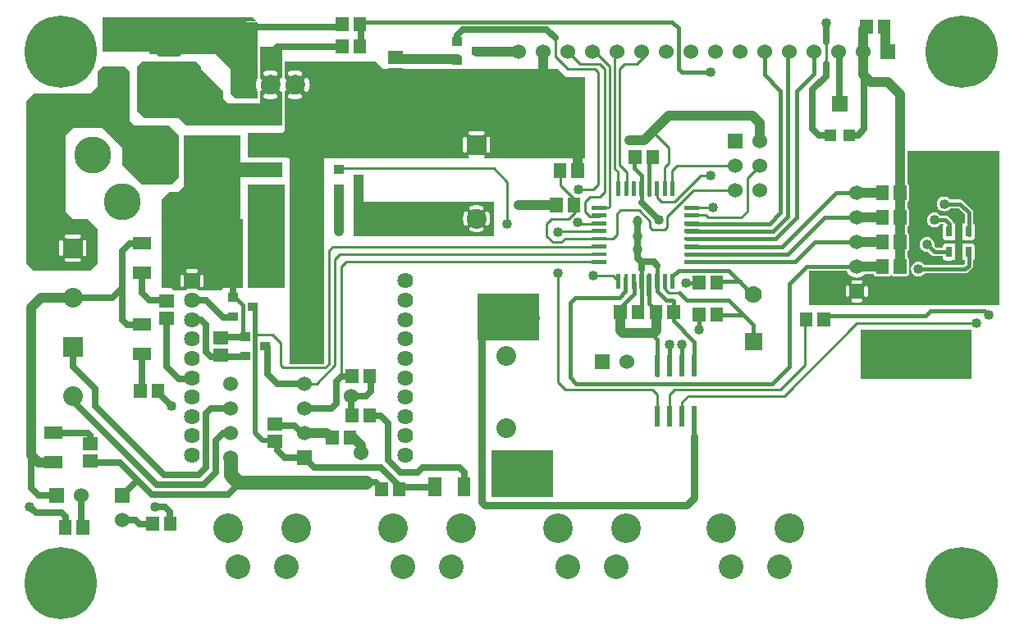
<source format=gbr>
G04 start of page 2 for group 0 idx 0 *
G04 Title: (unknown), component *
G04 Creator: pcb 20110918 *
G04 CreationDate: Sun 03 Feb 2013 12:35:54 AM GMT UTC *
G04 For: petersen *
G04 Format: Gerber/RS-274X *
G04 PCB-Dimensions: 400000 250000 *
G04 PCB-Coordinate-Origin: lower left *
%MOIN*%
%FSLAX25Y25*%
%LNTOP*%
%ADD51C,0.0280*%
%ADD50C,0.0320*%
%ADD49C,0.0450*%
%ADD48C,0.1100*%
%ADD47C,0.1250*%
%ADD46C,0.0480*%
%ADD45C,0.0380*%
%ADD44C,0.0540*%
%ADD43C,0.0440*%
%ADD42C,0.1285*%
%ADD41C,0.0350*%
%ADD40R,0.0240X0.0240*%
%ADD39R,0.0200X0.0200*%
%ADD38R,0.0920X0.0920*%
%ADD37R,0.0490X0.0490*%
%ADD36R,0.1220X0.1220*%
%ADD35R,0.0560X0.0560*%
%ADD34R,0.0360X0.0360*%
%ADD33R,0.0630X0.0630*%
%ADD32R,0.0470X0.0470*%
%ADD31R,0.0157X0.0157*%
%ADD30R,0.0340X0.0340*%
%ADD29R,0.0512X0.0512*%
%ADD28C,0.0640*%
%ADD27C,0.0787*%
%ADD26C,0.1500*%
%ADD25C,0.1750*%
%ADD24C,0.0700*%
%ADD23C,0.0800*%
%ADD22C,0.0600*%
%ADD21C,0.1200*%
%ADD20C,0.1000*%
%ADD19C,0.2937*%
%ADD18C,0.0300*%
%ADD17C,0.0550*%
%ADD16C,0.0200*%
%ADD15C,0.0150*%
%ADD14C,0.0100*%
%ADD13C,0.0400*%
%ADD12C,0.0250*%
%ADD11C,0.0001*%
G54D11*G36*
X102302Y228000D02*X107000D01*
Y222232D01*
X106976Y222236D01*
X106818Y222238D01*
X106661Y222215D01*
X106510Y222168D01*
X106369Y222098D01*
X106239Y222007D01*
X106126Y221896D01*
X106032Y221770D01*
X105958Y221630D01*
X105908Y221480D01*
X105881Y221324D01*
X105879Y221166D01*
X105902Y221010D01*
X105952Y220860D01*
X106078Y220508D01*
X106166Y220144D01*
X106219Y219774D01*
X106237Y219400D01*
X106219Y219026D01*
X106166Y218656D01*
X106078Y218292D01*
X105956Y217939D01*
X105906Y217789D01*
X105883Y217634D01*
X105885Y217476D01*
X105912Y217321D01*
X105962Y217172D01*
X106036Y217033D01*
X106130Y216907D01*
X106242Y216797D01*
X106371Y216706D01*
X106512Y216636D01*
X106662Y216589D01*
X106818Y216567D01*
X106975Y216568D01*
X107000Y216573D01*
Y210000D01*
X102302D01*
Y213456D01*
X102864Y213483D01*
X103423Y213563D01*
X103972Y213696D01*
X104506Y213881D01*
X104648Y213950D01*
X104777Y214042D01*
X104891Y214152D01*
X104985Y214279D01*
X105059Y214419D01*
X105109Y214568D01*
X105136Y214724D01*
X105138Y214882D01*
X105115Y215039D01*
X105068Y215190D01*
X104998Y215331D01*
X104907Y215461D01*
X104796Y215574D01*
X104670Y215668D01*
X104530Y215742D01*
X104380Y215792D01*
X104224Y215819D01*
X104066Y215821D01*
X103910Y215798D01*
X103760Y215748D01*
X103408Y215622D01*
X103044Y215534D01*
X102674Y215481D01*
X102302Y215463D01*
Y223337D01*
X102674Y223319D01*
X103044Y223266D01*
X103408Y223178D01*
X103761Y223056D01*
X103911Y223006D01*
X104066Y222983D01*
X104224Y222985D01*
X104379Y223012D01*
X104528Y223062D01*
X104667Y223136D01*
X104793Y223230D01*
X104903Y223342D01*
X104994Y223471D01*
X105064Y223612D01*
X105111Y223762D01*
X105133Y223918D01*
X105132Y224075D01*
X105105Y224231D01*
X105054Y224380D01*
X104981Y224519D01*
X104887Y224645D01*
X104775Y224755D01*
X104646Y224846D01*
X104504Y224913D01*
X103972Y225104D01*
X103423Y225237D01*
X102864Y225317D01*
X102302Y225344D01*
Y228000D01*
G37*
G36*
X98000D02*X102302D01*
Y225344D01*
X102300Y225344D01*
X101736Y225317D01*
X101177Y225237D01*
X100628Y225104D01*
X100094Y224919D01*
X99952Y224850D01*
X99823Y224758D01*
X99709Y224648D01*
X99615Y224521D01*
X99541Y224381D01*
X99491Y224232D01*
X99464Y224076D01*
X99462Y223918D01*
X99485Y223761D01*
X99532Y223610D01*
X99602Y223469D01*
X99693Y223339D01*
X99804Y223226D01*
X99930Y223132D01*
X100070Y223058D01*
X100220Y223008D01*
X100376Y222981D01*
X100534Y222979D01*
X100690Y223002D01*
X100840Y223052D01*
X101192Y223178D01*
X101556Y223266D01*
X101926Y223319D01*
X102300Y223337D01*
X102302Y223337D01*
Y215463D01*
X102300Y215463D01*
X101926Y215481D01*
X101556Y215534D01*
X101192Y215622D01*
X100839Y215744D01*
X100689Y215794D01*
X100534Y215817D01*
X100376Y215815D01*
X100221Y215788D01*
X100072Y215738D01*
X99933Y215664D01*
X99807Y215570D01*
X99697Y215458D01*
X99606Y215329D01*
X99536Y215188D01*
X99489Y215038D01*
X99467Y214882D01*
X99468Y214725D01*
X99495Y214569D01*
X99546Y214420D01*
X99619Y214281D01*
X99713Y214155D01*
X99825Y214045D01*
X99954Y213954D01*
X100096Y213887D01*
X100628Y213696D01*
X101177Y213563D01*
X101736Y213483D01*
X102300Y213456D01*
X102302Y213456D01*
Y210000D01*
X98000D01*
Y216604D01*
X98090Y216632D01*
X98231Y216702D01*
X98361Y216793D01*
X98474Y216904D01*
X98568Y217030D01*
X98642Y217170D01*
X98692Y217320D01*
X98719Y217476D01*
X98721Y217634D01*
X98698Y217790D01*
X98648Y217940D01*
X98522Y218292D01*
X98434Y218656D01*
X98381Y219026D01*
X98363Y219400D01*
X98381Y219774D01*
X98434Y220144D01*
X98522Y220508D01*
X98644Y220861D01*
X98694Y221011D01*
X98717Y221166D01*
X98715Y221324D01*
X98688Y221479D01*
X98638Y221628D01*
X98564Y221767D01*
X98470Y221893D01*
X98358Y222003D01*
X98229Y222094D01*
X98088Y222164D01*
X98000Y222191D01*
Y228000D01*
G37*
G36*
X117061Y229000D02*X124000D01*
Y199000D01*
X117061D01*
Y216583D01*
X117131Y216595D01*
X117280Y216646D01*
X117419Y216719D01*
X117545Y216813D01*
X117655Y216925D01*
X117746Y217054D01*
X117813Y217196D01*
X118004Y217728D01*
X118137Y218277D01*
X118217Y218836D01*
X118244Y219400D01*
X118217Y219964D01*
X118137Y220523D01*
X118004Y221072D01*
X117819Y221606D01*
X117750Y221748D01*
X117658Y221877D01*
X117548Y221991D01*
X117421Y222085D01*
X117281Y222159D01*
X117132Y222209D01*
X117061Y222221D01*
Y229000D01*
G37*
G36*
X112302D02*X117061D01*
Y222221D01*
X116976Y222236D01*
X116818Y222238D01*
X116661Y222215D01*
X116510Y222168D01*
X116369Y222098D01*
X116239Y222007D01*
X116126Y221896D01*
X116032Y221770D01*
X115958Y221630D01*
X115908Y221480D01*
X115881Y221324D01*
X115879Y221166D01*
X115902Y221010D01*
X115952Y220860D01*
X116078Y220508D01*
X116166Y220144D01*
X116219Y219774D01*
X116237Y219400D01*
X116219Y219026D01*
X116166Y218656D01*
X116078Y218292D01*
X115956Y217939D01*
X115906Y217789D01*
X115883Y217634D01*
X115885Y217476D01*
X115912Y217321D01*
X115962Y217172D01*
X116036Y217033D01*
X116130Y216907D01*
X116242Y216797D01*
X116371Y216706D01*
X116512Y216636D01*
X116662Y216589D01*
X116818Y216567D01*
X116975Y216568D01*
X117061Y216583D01*
Y199000D01*
X112302D01*
Y202054D01*
X114259Y202057D01*
X114412Y202094D01*
X114557Y202154D01*
X114692Y202236D01*
X114811Y202339D01*
X114914Y202458D01*
X114996Y202593D01*
X115056Y202738D01*
X115093Y202891D01*
X115102Y203048D01*
X115093Y209109D01*
X115056Y209262D01*
X114996Y209407D01*
X114914Y209542D01*
X114811Y209661D01*
X114692Y209764D01*
X114557Y209846D01*
X114412Y209906D01*
X114259Y209943D01*
X114102Y209952D01*
X112302Y209949D01*
Y213456D01*
X112864Y213483D01*
X113423Y213563D01*
X113972Y213696D01*
X114506Y213881D01*
X114648Y213950D01*
X114777Y214042D01*
X114891Y214152D01*
X114985Y214279D01*
X115059Y214419D01*
X115109Y214568D01*
X115136Y214724D01*
X115138Y214882D01*
X115115Y215039D01*
X115068Y215190D01*
X114998Y215331D01*
X114907Y215461D01*
X114796Y215574D01*
X114670Y215668D01*
X114530Y215742D01*
X114380Y215792D01*
X114224Y215819D01*
X114066Y215821D01*
X113910Y215798D01*
X113760Y215748D01*
X113408Y215622D01*
X113044Y215534D01*
X112674Y215481D01*
X112302Y215463D01*
Y223337D01*
X112674Y223319D01*
X113044Y223266D01*
X113408Y223178D01*
X113761Y223056D01*
X113911Y223006D01*
X114066Y222983D01*
X114224Y222985D01*
X114379Y223012D01*
X114528Y223062D01*
X114667Y223136D01*
X114793Y223230D01*
X114903Y223342D01*
X114994Y223471D01*
X115064Y223612D01*
X115111Y223762D01*
X115133Y223918D01*
X115132Y224075D01*
X115105Y224231D01*
X115054Y224380D01*
X114981Y224519D01*
X114887Y224645D01*
X114775Y224755D01*
X114646Y224846D01*
X114504Y224913D01*
X113972Y225104D01*
X113423Y225237D01*
X112864Y225317D01*
X112302Y225344D01*
Y229000D01*
G37*
G36*
Y199000D02*X108000D01*
Y202863D01*
X108030Y202738D01*
X108090Y202593D01*
X108172Y202458D01*
X108275Y202339D01*
X108394Y202236D01*
X108529Y202154D01*
X108674Y202094D01*
X108827Y202057D01*
X108984Y202048D01*
X112302Y202054D01*
Y199000D01*
G37*
G36*
X108000Y229000D02*X112302D01*
Y225344D01*
X112300Y225344D01*
X111736Y225317D01*
X111177Y225237D01*
X110628Y225104D01*
X110094Y224919D01*
X109952Y224850D01*
X109823Y224758D01*
X109709Y224648D01*
X109615Y224521D01*
X109541Y224381D01*
X109491Y224232D01*
X109464Y224076D01*
X109462Y223918D01*
X109485Y223761D01*
X109532Y223610D01*
X109602Y223469D01*
X109693Y223339D01*
X109804Y223226D01*
X109930Y223132D01*
X110070Y223058D01*
X110220Y223008D01*
X110376Y222981D01*
X110534Y222979D01*
X110690Y223002D01*
X110840Y223052D01*
X111192Y223178D01*
X111556Y223266D01*
X111926Y223319D01*
X112300Y223337D01*
X112302Y223337D01*
Y215463D01*
X112300Y215463D01*
X111926Y215481D01*
X111556Y215534D01*
X111192Y215622D01*
X110839Y215744D01*
X110689Y215794D01*
X110534Y215817D01*
X110376Y215815D01*
X110221Y215788D01*
X110072Y215738D01*
X109933Y215664D01*
X109807Y215570D01*
X109697Y215458D01*
X109606Y215329D01*
X109536Y215188D01*
X109489Y215038D01*
X109467Y214882D01*
X109468Y214725D01*
X109495Y214569D01*
X109546Y214420D01*
X109619Y214281D01*
X109713Y214155D01*
X109825Y214045D01*
X109954Y213954D01*
X110096Y213887D01*
X110628Y213696D01*
X111177Y213563D01*
X111736Y213483D01*
X112300Y213456D01*
X112302Y213456D01*
Y209949D01*
X108827Y209943D01*
X108674Y209906D01*
X108529Y209846D01*
X108394Y209764D01*
X108275Y209661D01*
X108172Y209542D01*
X108090Y209407D01*
X108030Y209262D01*
X108000Y209137D01*
Y216604D01*
X108090Y216632D01*
X108231Y216702D01*
X108361Y216793D01*
X108474Y216904D01*
X108568Y217030D01*
X108642Y217170D01*
X108692Y217320D01*
X108719Y217476D01*
X108721Y217634D01*
X108698Y217790D01*
X108648Y217940D01*
X108522Y218292D01*
X108434Y218656D01*
X108381Y219026D01*
X108363Y219400D01*
X108381Y219774D01*
X108434Y220144D01*
X108522Y220508D01*
X108644Y220861D01*
X108694Y221011D01*
X108717Y221166D01*
X108715Y221324D01*
X108688Y221479D01*
X108638Y221628D01*
X108564Y221767D01*
X108470Y221893D01*
X108358Y222003D01*
X108229Y222094D01*
X108088Y222164D01*
X108000Y222191D01*
Y229000D01*
G37*
G36*
Y211000D02*X118000D01*
Y201000D01*
X108000D01*
Y211000D01*
G37*
G36*
X101000Y208000D02*Y211000D01*
X105000D01*
Y210000D01*
X103000Y208000D01*
X101000D01*
G37*
G36*
X63000Y206000D02*Y210369D01*
X64385Y210372D01*
X64615Y210427D01*
X64833Y210517D01*
X65017Y210630D01*
X65037Y210372D01*
X65184Y209760D01*
X65425Y209178D01*
X65754Y208642D01*
X66163Y208163D01*
X66642Y207754D01*
X67178Y207425D01*
X67760Y207184D01*
X68372Y207037D01*
X69000Y206988D01*
X69628Y207037D01*
X70240Y207184D01*
X70822Y207425D01*
X71358Y207754D01*
X71837Y208163D01*
X72246Y208642D01*
X72575Y209178D01*
X72816Y209760D01*
X72963Y210372D01*
X73000Y211000D01*
X72963Y211628D01*
X72874Y212000D01*
X106000D01*
Y209950D01*
X101741Y209943D01*
X101588Y209906D01*
X101443Y209846D01*
X101308Y209764D01*
X101189Y209661D01*
X101086Y209542D01*
X101004Y209407D01*
X100944Y209262D01*
X100907Y209109D01*
X100898Y208952D01*
X100903Y206000D01*
X99833D01*
X99862Y206070D01*
X99972Y206529D01*
X100000Y207000D01*
X99972Y207471D01*
X99862Y207930D01*
X99681Y208366D01*
X99435Y208769D01*
X99128Y209128D01*
X98769Y209435D01*
X98366Y209681D01*
X97930Y209862D01*
X97471Y209972D01*
X97000Y210009D01*
X96529Y209972D01*
X96070Y209862D01*
X95634Y209681D01*
X95231Y209435D01*
X94872Y209128D01*
X94565Y208769D01*
X94319Y208366D01*
X94138Y207930D01*
X94028Y207471D01*
X93991Y207000D01*
X94028Y206529D01*
X94138Y206070D01*
X94167Y206000D01*
X63000D01*
G37*
G36*
X65000D02*Y208000D01*
X66354D01*
X66642Y207754D01*
X67178Y207425D01*
X67760Y207184D01*
X68372Y207037D01*
X69000Y206988D01*
X69628Y207037D01*
X70240Y207184D01*
X70822Y207425D01*
X71358Y207754D01*
X71646Y208000D01*
X94167D01*
X94138Y207930D01*
X94028Y207471D01*
X93991Y207000D01*
X94028Y206529D01*
X94138Y206070D01*
X94319Y205634D01*
X94565Y205231D01*
X94872Y204872D01*
X95231Y204565D01*
X95634Y204319D01*
X96070Y204138D01*
X96529Y204028D01*
X97000Y203991D01*
Y203000D01*
X68000D01*
X65000Y206000D01*
G37*
G36*
X90000Y212000D02*X107000D01*
Y203000D01*
X90000D01*
Y212000D01*
G37*
G36*
X80000Y188000D02*X107000D01*
Y182000D01*
X80000D01*
Y188000D01*
G37*
G36*
X67000Y199000D02*X90000D01*
Y157000D01*
X67000D01*
Y199000D01*
G37*
G36*
X85500D02*X86882D01*
X86529Y198972D01*
X86070Y198862D01*
X85634Y198681D01*
X85500Y198599D01*
Y199000D01*
G37*
G36*
Y145130D02*X85588Y145094D01*
X85741Y145057D01*
X85898Y145048D01*
X90000Y145055D01*
Y143950D01*
X85741Y143943D01*
X85588Y143906D01*
X85500Y143870D01*
Y145130D01*
G37*
G36*
Y170901D02*X85634Y170819D01*
X86070Y170638D01*
X86529Y170528D01*
X87000Y170491D01*
X87471Y170528D01*
X87930Y170638D01*
X88366Y170819D01*
X88769Y171065D01*
X89128Y171372D01*
X89435Y171731D01*
X89681Y172134D01*
X89862Y172570D01*
X89972Y173029D01*
X90000Y173500D01*
Y152950D01*
X85741Y152943D01*
X85588Y152906D01*
X85500Y152870D01*
Y154254D01*
X88107Y154259D01*
X88260Y154296D01*
X88405Y154356D01*
X88540Y154438D01*
X88659Y154541D01*
X88762Y154660D01*
X88844Y154795D01*
X88904Y154940D01*
X88941Y155093D01*
X88950Y155250D01*
X88941Y163907D01*
X88904Y164060D01*
X88844Y164205D01*
X88762Y164340D01*
X88659Y164459D01*
X88540Y164562D01*
X88405Y164644D01*
X88260Y164704D01*
X88107Y164741D01*
X87950Y164750D01*
X85500Y164746D01*
Y170901D01*
G37*
G36*
X74343Y172904D02*X82935Y172914D01*
X83165Y172969D01*
X83383Y173059D01*
X83584Y173183D01*
X83764Y173336D01*
X83917Y173516D01*
X84003Y173655D01*
X83991Y173500D01*
X84028Y173029D01*
X84138Y172570D01*
X84319Y172134D01*
X84565Y171731D01*
X84872Y171372D01*
X85231Y171065D01*
X85500Y170901D01*
Y164746D01*
X82893Y164741D01*
X82740Y164704D01*
X82595Y164644D01*
X82460Y164562D01*
X82341Y164459D01*
X82238Y164340D01*
X82156Y164205D01*
X82096Y164060D01*
X82059Y163907D01*
X82050Y163750D01*
X82059Y155093D01*
X82096Y154940D01*
X82156Y154795D01*
X82238Y154660D01*
X82341Y154541D01*
X82460Y154438D01*
X82595Y154356D01*
X82740Y154296D01*
X82893Y154259D01*
X83050Y154250D01*
X85500Y154254D01*
Y152870D01*
X85443Y152846D01*
X85308Y152764D01*
X85189Y152661D01*
X85086Y152542D01*
X85004Y152407D01*
X84944Y152262D01*
X84907Y152109D01*
X84898Y151952D01*
X84907Y145891D01*
X84944Y145738D01*
X85004Y145593D01*
X85086Y145458D01*
X85189Y145339D01*
X85308Y145236D01*
X85443Y145154D01*
X85500Y145130D01*
Y143870D01*
X85443Y143846D01*
X85308Y143764D01*
X85189Y143661D01*
X85086Y143542D01*
X85004Y143407D01*
X84944Y143262D01*
X84907Y143109D01*
X84898Y142952D01*
X84901Y140813D01*
X84854Y140697D01*
X84771Y140353D01*
X84750Y140000D01*
Y137000D01*
X74343D01*
Y137248D01*
X74461Y137257D01*
X74575Y137285D01*
X74685Y137330D01*
X74785Y137391D01*
X74875Y137468D01*
X74952Y137558D01*
X75013Y137658D01*
X75058Y137768D01*
X75086Y137882D01*
X75093Y138000D01*
Y141400D01*
X75086Y141518D01*
X75058Y141632D01*
X75013Y141742D01*
X74952Y141842D01*
X74875Y141932D01*
X74785Y142009D01*
X74685Y142070D01*
X74575Y142115D01*
X74461Y142143D01*
X74343Y142152D01*
Y172904D01*
G37*
G36*
X82700Y197100D02*X74343Y197091D01*
Y199000D01*
X85500D01*
Y198599D01*
X85231Y198435D01*
X84872Y198128D01*
X84565Y197769D01*
X84319Y197366D01*
X84138Y196930D01*
X84028Y196471D01*
X84016Y196323D01*
X83917Y196484D01*
X83764Y196664D01*
X83584Y196817D01*
X83383Y196941D01*
X83165Y197031D01*
X82935Y197086D01*
X82700Y197100D01*
G37*
G36*
X70393Y172906D02*X70500Y172900D01*
X74343Y172904D01*
Y142152D01*
X74225Y142143D01*
X74111Y142115D01*
X74001Y142070D01*
X73901Y142009D01*
X73811Y141932D01*
X73734Y141842D01*
X73673Y141742D01*
X73628Y141632D01*
X73600Y141518D01*
X73593Y141400D01*
Y138000D01*
X73600Y137882D01*
X73628Y137768D01*
X73673Y137658D01*
X73734Y137558D01*
X73811Y137468D01*
X73901Y137391D01*
X74001Y137330D01*
X74111Y137285D01*
X74225Y137257D01*
X74343Y137248D01*
Y137000D01*
X70393D01*
Y142900D01*
X72093D01*
X72211Y142907D01*
X72325Y142935D01*
X72435Y142980D01*
X72535Y143041D01*
X72625Y143118D01*
X72702Y143208D01*
X72763Y143308D01*
X72808Y143418D01*
X72836Y143532D01*
X72845Y143650D01*
X72836Y143768D01*
X72808Y143882D01*
X72763Y143992D01*
X72702Y144092D01*
X72625Y144182D01*
X72535Y144259D01*
X72435Y144320D01*
X72325Y144365D01*
X72211Y144393D01*
X72093Y144400D01*
X70393D01*
Y172906D01*
G37*
G36*
X74343Y197091D02*X70393Y197086D01*
Y199000D01*
X74343D01*
Y197091D01*
G37*
G36*
X70393Y197086D02*X70265Y197086D01*
X70035Y197031D01*
X69817Y196941D01*
X69616Y196817D01*
X69436Y196664D01*
X69283Y196484D01*
X69159Y196283D01*
X69069Y196065D01*
X69014Y195835D01*
X69000Y195600D01*
X69014Y174165D01*
X69069Y173935D01*
X69159Y173717D01*
X69283Y173516D01*
X69436Y173336D01*
X69616Y173183D01*
X69817Y173059D01*
X70035Y172969D01*
X70265Y172914D01*
X70393Y172906D01*
Y144400D01*
X68693D01*
X68575Y144393D01*
X68461Y144365D01*
X68351Y144320D01*
X68251Y144259D01*
X68161Y144182D01*
X68084Y144092D01*
X68023Y143992D01*
X67978Y143882D01*
X67950Y143768D01*
X67941Y143650D01*
X67950Y143532D01*
X67978Y143418D01*
X68023Y143308D01*
X68084Y143208D01*
X68161Y143118D01*
X68251Y143041D01*
X68351Y142980D01*
X68461Y142935D01*
X68575Y142907D01*
X68693Y142900D01*
X70393D01*
Y137000D01*
X67000D01*
Y137497D01*
X67052Y137558D01*
X67113Y137658D01*
X67158Y137768D01*
X67186Y137882D01*
X67193Y138000D01*
Y141400D01*
X67186Y141518D01*
X67158Y141632D01*
X67113Y141742D01*
X67052Y141842D01*
X67000Y141903D01*
Y199000D01*
X70393D01*
Y197086D01*
G37*
G36*
X91000Y137000D02*X82000D01*
Y165000D01*
X91000D01*
Y137000D01*
G37*
G36*
X93000D02*Y179000D01*
X108000D01*
Y137000D01*
X93000D01*
G37*
G36*
X110000Y207000D02*X124000D01*
Y106000D01*
X110000D01*
Y207000D01*
G37*
G36*
X64500Y139000D02*X65693D01*
Y138000D01*
X65700Y137882D01*
X65728Y137768D01*
X65773Y137658D01*
X65834Y137558D01*
X65911Y137468D01*
X66001Y137391D01*
X66101Y137330D01*
X66211Y137285D01*
X66325Y137257D01*
X66443Y137248D01*
X66561Y137257D01*
X66675Y137285D01*
X66785Y137330D01*
X66885Y137391D01*
X66975Y137468D01*
X67052Y137558D01*
X67113Y137658D01*
X67158Y137768D01*
X67186Y137882D01*
X67193Y138000D01*
Y139000D01*
X73593D01*
Y138000D01*
X73600Y137882D01*
X73628Y137768D01*
X73673Y137658D01*
X73734Y137558D01*
X73811Y137468D01*
X73901Y137391D01*
X74001Y137330D01*
X74111Y137285D01*
X74225Y137257D01*
X74343Y137248D01*
X74461Y137257D01*
X74575Y137285D01*
X74685Y137330D01*
X74785Y137391D01*
X74875Y137468D01*
X74952Y137558D01*
X75013Y137658D01*
X75058Y137768D01*
X75086Y137882D01*
X75093Y138000D01*
Y139000D01*
X76500D01*
Y136000D01*
X72801D01*
X72763Y136092D01*
X72702Y136192D01*
X72625Y136282D01*
X72535Y136359D01*
X72435Y136420D01*
X72325Y136465D01*
X72211Y136493D01*
X72093Y136500D01*
X70908D01*
X70393Y136540D01*
X69878Y136500D01*
X68693D01*
X68575Y136493D01*
X68461Y136465D01*
X68351Y136420D01*
X68251Y136359D01*
X68161Y136282D01*
X68084Y136192D01*
X68023Y136092D01*
X67985Y136000D01*
X64500D01*
Y139000D01*
G37*
G36*
X63000Y139500D02*X65693D01*
Y138000D01*
X65700Y137882D01*
X65728Y137768D01*
X65773Y137658D01*
X65834Y137558D01*
X65911Y137468D01*
X66001Y137391D01*
X66101Y137330D01*
X66211Y137285D01*
X66325Y137257D01*
X66443Y137248D01*
X66561Y137257D01*
X66675Y137285D01*
X66785Y137330D01*
X66885Y137391D01*
X66975Y137468D01*
X67052Y137558D01*
X67113Y137658D01*
X67158Y137768D01*
X67186Y137882D01*
X67193Y138000D01*
Y139500D01*
X73593D01*
Y138000D01*
X73600Y137882D01*
X73628Y137768D01*
X73673Y137658D01*
X73734Y137558D01*
X73811Y137468D01*
X73901Y137391D01*
X74001Y137330D01*
X74111Y137285D01*
X74225Y137257D01*
X74343Y137248D01*
X74461Y137257D01*
X74575Y137285D01*
X74685Y137330D01*
X74785Y137391D01*
X74875Y137468D01*
X74952Y137558D01*
X75013Y137658D01*
X75058Y137768D01*
X75086Y137882D01*
X75093Y138000D01*
Y139500D01*
X82000D01*
Y136000D01*
X72801D01*
X72763Y136092D01*
X72702Y136192D01*
X72625Y136282D01*
X72535Y136359D01*
X72435Y136420D01*
X72325Y136465D01*
X72211Y136493D01*
X72093Y136500D01*
X70908D01*
X70393Y136540D01*
X69878Y136500D01*
X68693D01*
X68575Y136493D01*
X68461Y136465D01*
X68351Y136420D01*
X68251Y136359D01*
X68161Y136282D01*
X68084Y136192D01*
X68023Y136092D01*
X67985Y136000D01*
X63000D01*
Y139500D01*
G37*
G36*
X80000Y136000D02*Y139000D01*
X83000D01*
Y137000D01*
X82000Y136000D01*
X80000D01*
G37*
G36*
X34000Y227000D02*X43000D01*
Y213000D01*
X34000D01*
Y227000D01*
G37*
G36*
Y233000D02*Y247000D01*
X65000D01*
X66000Y246000D01*
Y232000D01*
X65000Y231000D01*
X57000D01*
X55000Y233000D01*
X34000D01*
G37*
G36*
X51000Y206000D02*X48000Y209000D01*
Y227000D01*
X50000Y229000D01*
X72000D01*
X74000Y227000D01*
Y208000D01*
X72000Y206000D01*
X51000D01*
G37*
G36*
X26750Y165000D02*X28000D01*
X32000Y161000D01*
Y147000D01*
X29000Y144000D01*
X26750D01*
Y149748D01*
X26868Y149757D01*
X26982Y149785D01*
X27092Y149830D01*
X27192Y149891D01*
X27282Y149968D01*
X27359Y150058D01*
X27420Y150158D01*
X27465Y150268D01*
X27493Y150382D01*
X27500Y150500D01*
Y155500D01*
X27493Y155618D01*
X27465Y155732D01*
X27420Y155842D01*
X27359Y155942D01*
X27282Y156032D01*
X27192Y156109D01*
X27092Y156170D01*
X26982Y156215D01*
X26868Y156243D01*
X26750Y156252D01*
Y165000D01*
G37*
G36*
X22000D02*X26750D01*
Y156252D01*
X26632Y156243D01*
X26518Y156215D01*
X26408Y156170D01*
X26308Y156109D01*
X26218Y156032D01*
X26141Y155942D01*
X26080Y155842D01*
X26035Y155732D01*
X26007Y155618D01*
X26000Y155500D01*
Y150500D01*
X26007Y150382D01*
X26035Y150268D01*
X26080Y150158D01*
X26141Y150058D01*
X26218Y149968D01*
X26308Y149891D01*
X26408Y149830D01*
X26518Y149785D01*
X26632Y149757D01*
X26750Y149748D01*
Y144000D01*
X22000D01*
Y147500D01*
X24500D01*
X24618Y147507D01*
X24732Y147535D01*
X24842Y147580D01*
X24942Y147641D01*
X25032Y147718D01*
X25109Y147808D01*
X25170Y147908D01*
X25215Y148018D01*
X25243Y148132D01*
X25252Y148250D01*
X25243Y148368D01*
X25215Y148482D01*
X25170Y148592D01*
X25109Y148692D01*
X25032Y148782D01*
X24942Y148859D01*
X24842Y148920D01*
X24732Y148965D01*
X24618Y148993D01*
X24500Y149000D01*
X22000D01*
Y157000D01*
X24500D01*
X24618Y157007D01*
X24732Y157035D01*
X24842Y157080D01*
X24942Y157141D01*
X25032Y157218D01*
X25109Y157308D01*
X25170Y157408D01*
X25215Y157518D01*
X25243Y157632D01*
X25252Y157750D01*
X25243Y157868D01*
X25215Y157982D01*
X25170Y158092D01*
X25109Y158192D01*
X25032Y158282D01*
X24942Y158359D01*
X24842Y158420D01*
X24732Y158465D01*
X24618Y158493D01*
X24500Y158500D01*
X22000D01*
Y165000D01*
G37*
G36*
X39000Y227000D02*X43000D01*
X45000Y225000D01*
Y205000D01*
X47000Y203000D01*
X61000D01*
X65000Y199000D01*
Y182000D01*
X62000Y179000D01*
X50000D01*
X42000Y187000D01*
Y194000D01*
X39000Y197000D01*
Y220704D01*
X41557Y220709D01*
X41710Y220746D01*
X41855Y220806D01*
X41990Y220888D01*
X42109Y220991D01*
X42212Y221110D01*
X42294Y221245D01*
X42354Y221390D01*
X42391Y221543D01*
X42400Y221700D01*
X42391Y225457D01*
X42354Y225610D01*
X42294Y225755D01*
X42212Y225890D01*
X42109Y226009D01*
X41990Y226112D01*
X41855Y226194D01*
X41710Y226254D01*
X41557Y226291D01*
X41400Y226300D01*
X39000Y226296D01*
Y227000D01*
G37*
G36*
X35000D02*X39000D01*
Y226296D01*
X36443Y226291D01*
X36290Y226254D01*
X36145Y226194D01*
X36010Y226112D01*
X35891Y226009D01*
X35788Y225890D01*
X35706Y225755D01*
X35646Y225610D01*
X35609Y225457D01*
X35600Y225300D01*
X35609Y221543D01*
X35646Y221390D01*
X35706Y221245D01*
X35788Y221110D01*
X35891Y220991D01*
X36010Y220888D01*
X36145Y220806D01*
X36290Y220746D01*
X36443Y220709D01*
X36600Y220700D01*
X39000Y220704D01*
Y197000D01*
X34000Y202000D01*
X22000D01*
Y216000D01*
X29000D01*
X32000Y219000D01*
Y225000D01*
X34000Y227000D01*
X35000D01*
G37*
G36*
X22000Y202000D02*X22000D01*
X19000Y199000D01*
Y168000D01*
X22000Y165000D01*
X22000D01*
Y158500D01*
X19500D01*
X19382Y158493D01*
X19268Y158465D01*
X19158Y158420D01*
X19058Y158359D01*
X18968Y158282D01*
X18891Y158192D01*
X18830Y158092D01*
X18785Y157982D01*
X18757Y157868D01*
X18748Y157750D01*
X18757Y157632D01*
X18785Y157518D01*
X18830Y157408D01*
X18891Y157308D01*
X18968Y157218D01*
X19058Y157141D01*
X19158Y157080D01*
X19268Y157035D01*
X19382Y157007D01*
X19500Y157000D01*
X22000D01*
Y149000D01*
X19500D01*
X19382Y148993D01*
X19268Y148965D01*
X19158Y148920D01*
X19058Y148859D01*
X18968Y148782D01*
X18891Y148692D01*
X18830Y148592D01*
X18785Y148482D01*
X18757Y148368D01*
X18748Y148250D01*
X18757Y148132D01*
X18785Y148018D01*
X18830Y147908D01*
X18891Y147808D01*
X18968Y147718D01*
X19058Y147641D01*
X19158Y147580D01*
X19268Y147535D01*
X19382Y147507D01*
X19500Y147500D01*
X22000D01*
Y144000D01*
X17250D01*
Y149748D01*
X17368Y149757D01*
X17482Y149785D01*
X17592Y149830D01*
X17692Y149891D01*
X17782Y149968D01*
X17859Y150058D01*
X17920Y150158D01*
X17965Y150268D01*
X17993Y150382D01*
X18000Y150500D01*
Y155500D01*
X17993Y155618D01*
X17965Y155732D01*
X17920Y155842D01*
X17859Y155942D01*
X17782Y156032D01*
X17692Y156109D01*
X17592Y156170D01*
X17482Y156215D01*
X17368Y156243D01*
X17250Y156252D01*
Y216000D01*
X22000D01*
Y202000D01*
G37*
G36*
X17250Y144000D02*X6000D01*
X3000Y147000D01*
Y213000D01*
X6000Y216000D01*
X17250D01*
Y156252D01*
X17132Y156243D01*
X17018Y156215D01*
X16908Y156170D01*
X16808Y156109D01*
X16718Y156032D01*
X16641Y155942D01*
X16580Y155842D01*
X16535Y155732D01*
X16507Y155618D01*
X16500Y155500D01*
Y150500D01*
X16507Y150382D01*
X16535Y150268D01*
X16580Y150158D01*
X16641Y150058D01*
X16718Y149968D01*
X16808Y149891D01*
X16908Y149830D01*
X17018Y149785D01*
X17132Y149757D01*
X17250Y149748D01*
Y144000D01*
G37*
G36*
X53000Y247000D02*X95000D01*
Y245250D01*
X93000D01*
X92647Y245229D01*
X92303Y245146D01*
X91975Y245011D01*
X91673Y244826D01*
X91404Y244596D01*
X91174Y244327D01*
X90989Y244025D01*
X90854Y243697D01*
X90771Y243353D01*
X90743Y243000D01*
X90771Y242647D01*
X90854Y242303D01*
X90989Y241975D01*
X91174Y241673D01*
X91404Y241404D01*
X91673Y241174D01*
X91975Y240989D01*
X92303Y240854D01*
X92647Y240771D01*
X93000Y240750D01*
X95000D01*
Y232000D01*
X65650D01*
X65636Y244377D01*
X65581Y244607D01*
X65491Y244825D01*
X65367Y245026D01*
X65214Y245206D01*
X65034Y245359D01*
X64833Y245483D01*
X64615Y245573D01*
X64385Y245628D01*
X64150Y245642D01*
X57615Y245628D01*
X57385Y245573D01*
X57167Y245483D01*
X56966Y245359D01*
X56786Y245206D01*
X56633Y245026D01*
X56509Y244825D01*
X56419Y244607D01*
X56364Y244377D01*
X56350Y244142D01*
X56363Y232000D01*
X53000D01*
Y247000D01*
G37*
G36*
X80000Y232000D02*Y247000D01*
X95000D01*
X96750Y245250D01*
X93000D01*
X92647Y245229D01*
X92303Y245146D01*
X91975Y245011D01*
X91673Y244826D01*
X91404Y244596D01*
X91174Y244327D01*
X90989Y244025D01*
X90854Y243697D01*
X90771Y243353D01*
X90743Y243000D01*
X90771Y242647D01*
X90854Y242303D01*
X90989Y241975D01*
X91174Y241673D01*
X91404Y241404D01*
X91673Y241174D01*
X91975Y240989D01*
X92303Y240854D01*
X92647Y240771D01*
X93000Y240750D01*
X97000D01*
Y221931D01*
X96945Y221875D01*
X96854Y221746D01*
X96787Y221604D01*
X96596Y221072D01*
X96463Y220523D01*
X96383Y219964D01*
X96356Y219400D01*
X96383Y218836D01*
X96463Y218277D01*
X96596Y217728D01*
X96781Y217194D01*
X96850Y217052D01*
X96942Y216923D01*
X97000Y216863D01*
Y214000D01*
X88000D01*
X86000Y216000D01*
Y226000D01*
X80000Y232000D01*
G37*
G36*
X74000Y226000D02*X83000Y217000D01*
Y214000D01*
X87000Y210000D01*
Y207000D01*
X72000D01*
Y208354D01*
X72246Y208642D01*
X72575Y209178D01*
X72816Y209760D01*
X72963Y210372D01*
X73000Y211000D01*
X72963Y211628D01*
X72816Y212240D01*
X72575Y212822D01*
X72246Y213358D01*
X72000Y213646D01*
Y221354D01*
X72246Y221642D01*
X72575Y222178D01*
X72816Y222760D01*
X72963Y223372D01*
X73000Y224000D01*
X72963Y224628D01*
X72816Y225240D01*
X72575Y225822D01*
X72246Y226358D01*
X72000Y226646D01*
Y227000D01*
X74000D01*
Y226000D01*
G37*
G36*
X89000Y245000D02*X97000D01*
Y236000D01*
X89000D01*
Y245000D01*
G37*
G36*
X98000Y235000D02*X106000D01*
Y226000D01*
X98000D01*
Y235000D01*
G37*
G36*
X99000D02*X107000D01*
Y226000D01*
X99000D01*
Y235000D01*
G37*
G36*
X79000Y137000D02*X74343D01*
Y137248D01*
X74461Y137257D01*
X74575Y137285D01*
X74685Y137330D01*
X74785Y137391D01*
X74875Y137468D01*
X74952Y137558D01*
X75013Y137658D01*
X75058Y137768D01*
X75086Y137882D01*
X75093Y138000D01*
Y141400D01*
X75086Y141518D01*
X75058Y141632D01*
X75013Y141742D01*
X74952Y141842D01*
X74875Y141932D01*
X74785Y142009D01*
X74685Y142070D01*
X74575Y142115D01*
X74461Y142143D01*
X74343Y142152D01*
Y172904D01*
X79000Y172910D01*
Y137000D01*
G37*
G36*
X74343D02*X70393D01*
Y142900D01*
X72093D01*
X72211Y142907D01*
X72325Y142935D01*
X72435Y142980D01*
X72535Y143041D01*
X72625Y143118D01*
X72702Y143208D01*
X72763Y143308D01*
X72808Y143418D01*
X72836Y143532D01*
X72845Y143650D01*
X72836Y143768D01*
X72808Y143882D01*
X72763Y143992D01*
X72702Y144092D01*
X72625Y144182D01*
X72535Y144259D01*
X72435Y144320D01*
X72325Y144365D01*
X72211Y144393D01*
X72093Y144400D01*
X70393D01*
Y172906D01*
X70500Y172900D01*
X74343Y172904D01*
Y142152D01*
X74225Y142143D01*
X74111Y142115D01*
X74001Y142070D01*
X73901Y142009D01*
X73811Y141932D01*
X73734Y141842D01*
X73673Y141742D01*
X73628Y141632D01*
X73600Y141518D01*
X73593Y141400D01*
Y138000D01*
X73600Y137882D01*
X73628Y137768D01*
X73673Y137658D01*
X73734Y137558D01*
X73811Y137468D01*
X73901Y137391D01*
X74001Y137330D01*
X74111Y137285D01*
X74225Y137257D01*
X74343Y137248D01*
Y137000D01*
G37*
G36*
X70393D02*X66443D01*
Y137248D01*
X66561Y137257D01*
X66675Y137285D01*
X66785Y137330D01*
X66885Y137391D01*
X66975Y137468D01*
X67052Y137558D01*
X67113Y137658D01*
X67158Y137768D01*
X67186Y137882D01*
X67193Y138000D01*
Y141400D01*
X67186Y141518D01*
X67158Y141632D01*
X67113Y141742D01*
X67052Y141842D01*
X66975Y141932D01*
X66885Y142009D01*
X66785Y142070D01*
X66675Y142115D01*
X66561Y142143D01*
X66443Y142152D01*
Y177443D01*
X67000Y178000D01*
X69011D01*
X69014Y174165D01*
X69069Y173935D01*
X69159Y173717D01*
X69283Y173516D01*
X69436Y173336D01*
X69616Y173183D01*
X69817Y173059D01*
X70035Y172969D01*
X70265Y172914D01*
X70393Y172906D01*
Y144400D01*
X68693D01*
X68575Y144393D01*
X68461Y144365D01*
X68351Y144320D01*
X68251Y144259D01*
X68161Y144182D01*
X68084Y144092D01*
X68023Y143992D01*
X67978Y143882D01*
X67950Y143768D01*
X67941Y143650D01*
X67950Y143532D01*
X67978Y143418D01*
X68023Y143308D01*
X68084Y143208D01*
X68161Y143118D01*
X68251Y143041D01*
X68351Y142980D01*
X68461Y142935D01*
X68575Y142907D01*
X68693Y142900D01*
X70393D01*
Y137000D01*
G37*
G36*
X66443D02*X58000D01*
Y173000D01*
X61000Y176000D01*
X65000D01*
X66443Y177443D01*
Y142152D01*
X66325Y142143D01*
X66211Y142115D01*
X66101Y142070D01*
X66001Y142009D01*
X65911Y141932D01*
X65834Y141842D01*
X65773Y141742D01*
X65728Y141632D01*
X65700Y141518D01*
X65693Y141400D01*
Y138000D01*
X65700Y137882D01*
X65728Y137768D01*
X65773Y137658D01*
X65834Y137558D01*
X65911Y137468D01*
X66001Y137391D01*
X66101Y137330D01*
X66211Y137285D01*
X66325Y137257D01*
X66443Y137248D01*
Y137000D01*
G37*
G36*
X190493Y172000D02*X193000D01*
Y158000D01*
X190493D01*
Y162145D01*
X190578Y162181D01*
X190679Y162243D01*
X190769Y162319D01*
X190845Y162409D01*
X190905Y162511D01*
X191122Y162980D01*
X191289Y163469D01*
X191409Y163972D01*
X191482Y164484D01*
X191506Y165000D01*
X191482Y165516D01*
X191409Y166028D01*
X191289Y166531D01*
X191122Y167020D01*
X190910Y167492D01*
X190849Y167593D01*
X190772Y167684D01*
X190682Y167761D01*
X190580Y167823D01*
X190493Y167860D01*
Y172000D01*
G37*
G36*
X186002D02*X190493D01*
Y167860D01*
X190471Y167869D01*
X190355Y167897D01*
X190237Y167906D01*
X190119Y167897D01*
X190003Y167870D01*
X189893Y167824D01*
X189792Y167762D01*
X189702Y167686D01*
X189624Y167595D01*
X189562Y167494D01*
X189516Y167385D01*
X189489Y167269D01*
X189479Y167151D01*
X189488Y167032D01*
X189516Y166917D01*
X189563Y166808D01*
X189721Y166468D01*
X189842Y166112D01*
X189930Y165747D01*
X189982Y165375D01*
X190000Y165000D01*
X189982Y164625D01*
X189930Y164253D01*
X189842Y163888D01*
X189721Y163532D01*
X189567Y163190D01*
X189520Y163082D01*
X189493Y162967D01*
X189483Y162849D01*
X189493Y162732D01*
X189521Y162617D01*
X189566Y162508D01*
X189628Y162407D01*
X189705Y162318D01*
X189795Y162241D01*
X189895Y162180D01*
X190004Y162135D01*
X190119Y162107D01*
X190237Y162098D01*
X190355Y162108D01*
X190469Y162135D01*
X190493Y162145D01*
Y158000D01*
X186002D01*
Y159494D01*
X186516Y159518D01*
X187028Y159591D01*
X187531Y159711D01*
X188020Y159878D01*
X188492Y160090D01*
X188593Y160151D01*
X188684Y160228D01*
X188761Y160318D01*
X188823Y160420D01*
X188869Y160529D01*
X188897Y160645D01*
X188906Y160763D01*
X188897Y160881D01*
X188870Y160997D01*
X188824Y161107D01*
X188762Y161208D01*
X188686Y161298D01*
X188595Y161376D01*
X188494Y161438D01*
X188385Y161484D01*
X188269Y161511D01*
X188151Y161521D01*
X188032Y161512D01*
X187917Y161484D01*
X187808Y161437D01*
X187468Y161279D01*
X187112Y161158D01*
X186747Y161070D01*
X186375Y161018D01*
X186002Y161000D01*
Y169000D01*
X186375Y168982D01*
X186747Y168930D01*
X187112Y168842D01*
X187468Y168721D01*
X187810Y168567D01*
X187918Y168520D01*
X188033Y168493D01*
X188151Y168483D01*
X188268Y168493D01*
X188383Y168521D01*
X188492Y168566D01*
X188593Y168628D01*
X188682Y168705D01*
X188759Y168795D01*
X188820Y168895D01*
X188865Y169004D01*
X188893Y169119D01*
X188902Y169237D01*
X188892Y169355D01*
X188865Y169469D01*
X188819Y169578D01*
X188757Y169679D01*
X188681Y169769D01*
X188591Y169845D01*
X188489Y169905D01*
X188020Y170122D01*
X187531Y170289D01*
X187028Y170409D01*
X186516Y170482D01*
X186002Y170506D01*
Y172000D01*
G37*
G36*
X181507D02*X186002D01*
Y170506D01*
X186000Y170506D01*
X185484Y170482D01*
X184972Y170409D01*
X184469Y170289D01*
X183980Y170122D01*
X183508Y169910D01*
X183407Y169849D01*
X183316Y169772D01*
X183239Y169682D01*
X183177Y169580D01*
X183131Y169471D01*
X183103Y169355D01*
X183094Y169237D01*
X183103Y169119D01*
X183130Y169003D01*
X183176Y168893D01*
X183238Y168792D01*
X183314Y168702D01*
X183405Y168624D01*
X183506Y168562D01*
X183615Y168516D01*
X183731Y168489D01*
X183849Y168479D01*
X183968Y168488D01*
X184083Y168516D01*
X184192Y168563D01*
X184532Y168721D01*
X184888Y168842D01*
X185253Y168930D01*
X185625Y168982D01*
X186000Y169000D01*
X186002Y169000D01*
Y161000D01*
X186000Y161000D01*
X185625Y161018D01*
X185253Y161070D01*
X184888Y161158D01*
X184532Y161279D01*
X184190Y161433D01*
X184082Y161480D01*
X183967Y161507D01*
X183849Y161517D01*
X183732Y161507D01*
X183617Y161479D01*
X183508Y161434D01*
X183407Y161372D01*
X183318Y161295D01*
X183241Y161205D01*
X183180Y161105D01*
X183135Y160996D01*
X183107Y160881D01*
X183098Y160763D01*
X183108Y160645D01*
X183135Y160531D01*
X183181Y160422D01*
X183243Y160321D01*
X183319Y160231D01*
X183409Y160155D01*
X183511Y160095D01*
X183980Y159878D01*
X184469Y159711D01*
X184972Y159591D01*
X185484Y159518D01*
X186000Y159494D01*
X186002Y159494D01*
Y158000D01*
X181507D01*
Y162140D01*
X181529Y162131D01*
X181645Y162103D01*
X181763Y162094D01*
X181881Y162103D01*
X181997Y162130D01*
X182107Y162176D01*
X182208Y162238D01*
X182298Y162314D01*
X182376Y162405D01*
X182438Y162506D01*
X182484Y162615D01*
X182511Y162731D01*
X182521Y162849D01*
X182512Y162968D01*
X182484Y163083D01*
X182437Y163192D01*
X182279Y163532D01*
X182158Y163888D01*
X182070Y164253D01*
X182018Y164625D01*
X182000Y165000D01*
X182018Y165375D01*
X182070Y165747D01*
X182158Y166112D01*
X182279Y166468D01*
X182433Y166810D01*
X182480Y166918D01*
X182507Y167033D01*
X182517Y167151D01*
X182507Y167268D01*
X182479Y167383D01*
X182434Y167492D01*
X182372Y167593D01*
X182295Y167682D01*
X182205Y167759D01*
X182105Y167820D01*
X181996Y167865D01*
X181881Y167893D01*
X181763Y167902D01*
X181645Y167892D01*
X181531Y167865D01*
X181507Y167855D01*
Y172000D01*
G37*
G36*
X141000D02*X181507D01*
Y167855D01*
X181422Y167819D01*
X181321Y167757D01*
X181231Y167681D01*
X181155Y167591D01*
X181095Y167489D01*
X180878Y167020D01*
X180711Y166531D01*
X180591Y166028D01*
X180518Y165516D01*
X180494Y165000D01*
X180518Y164484D01*
X180591Y163972D01*
X180711Y163469D01*
X180878Y162980D01*
X181090Y162508D01*
X181151Y162407D01*
X181228Y162316D01*
X181318Y162239D01*
X181420Y162177D01*
X181507Y162140D01*
Y158000D01*
X140237D01*
X140435Y158231D01*
X140681Y158634D01*
X140862Y159070D01*
X140972Y159529D01*
X141000Y160000D01*
Y172000D01*
G37*
G36*
X136000D02*X145500D01*
Y158000D01*
X136000D01*
Y172000D01*
G37*
G36*
X378745Y148010D02*X379435Y148014D01*
X379665Y148069D01*
X379883Y148159D01*
X379950Y148200D01*
X380017Y148159D01*
X380235Y148069D01*
X380465Y148014D01*
X380700Y148000D01*
X383335Y148014D01*
X383565Y148069D01*
X383783Y148159D01*
X383850Y148200D01*
X383917Y148159D01*
X384135Y148069D01*
X384250Y148041D01*
Y146725D01*
X383775Y146250D01*
X378745D01*
Y148010D01*
G37*
G36*
X384250Y163159D02*X384135Y163131D01*
X383917Y163041D01*
X383850Y163000D01*
X383783Y163041D01*
X383565Y163131D01*
X383335Y163186D01*
X383100Y163200D01*
X380465Y163186D01*
X380235Y163131D01*
X380017Y163041D01*
X379950Y163000D01*
X379883Y163041D01*
X379748Y163097D01*
X379734Y163274D01*
X379734Y163275D01*
X379669Y163542D01*
X379564Y163797D01*
X379420Y164032D01*
X379241Y164241D01*
X379189Y164286D01*
X378745Y164729D01*
Y169250D01*
X381775D01*
X384250Y166775D01*
Y163159D01*
G37*
G36*
X378745Y192500D02*X398500D01*
Y130000D01*
X378745D01*
Y142750D01*
X384431D01*
X384500Y142745D01*
X384774Y142766D01*
X384775Y142766D01*
X385042Y142831D01*
X385297Y142936D01*
X385532Y143080D01*
X385741Y143259D01*
X385786Y143311D01*
X387189Y144714D01*
X387241Y144759D01*
X387420Y144968D01*
X387564Y145203D01*
X387669Y145458D01*
X387734Y145725D01*
X387755Y146000D01*
X387750Y146069D01*
Y148200D01*
X387884Y148283D01*
X388064Y148436D01*
X388217Y148616D01*
X388341Y148817D01*
X388431Y149035D01*
X388486Y149265D01*
X388500Y149500D01*
X388486Y153735D01*
X388431Y153965D01*
X388341Y154183D01*
X388217Y154384D01*
X388064Y154564D01*
X387884Y154717D01*
X387683Y154841D01*
X387465Y154931D01*
X387235Y154986D01*
X387000Y155000D01*
X384365Y154986D01*
X384135Y154931D01*
X383917Y154841D01*
X383850Y154800D01*
X383783Y154841D01*
X383565Y154931D01*
X383335Y154986D01*
X383100Y155000D01*
X380465Y154986D01*
X380235Y154931D01*
X380017Y154841D01*
X379950Y154800D01*
X379883Y154841D01*
X379665Y154931D01*
X379435Y154986D01*
X379200Y155000D01*
X378745Y154998D01*
Y156210D01*
X379435Y156214D01*
X379665Y156269D01*
X379883Y156359D01*
X379950Y156400D01*
X380017Y156359D01*
X380235Y156269D01*
X380465Y156214D01*
X380700Y156200D01*
X383335Y156214D01*
X383565Y156269D01*
X383783Y156359D01*
X383850Y156400D01*
X383917Y156359D01*
X384135Y156269D01*
X384365Y156214D01*
X384600Y156200D01*
X387235Y156214D01*
X387465Y156269D01*
X387683Y156359D01*
X387884Y156483D01*
X388064Y156636D01*
X388217Y156816D01*
X388341Y157017D01*
X388431Y157235D01*
X388486Y157465D01*
X388500Y157700D01*
X388486Y161935D01*
X388431Y162165D01*
X388341Y162383D01*
X388217Y162584D01*
X388064Y162764D01*
X387884Y162917D01*
X387750Y163000D01*
Y167431D01*
X387755Y167500D01*
X387734Y167774D01*
X387734Y167775D01*
X387669Y168042D01*
X387564Y168297D01*
X387420Y168532D01*
X387241Y168741D01*
X387189Y168786D01*
X383786Y172189D01*
X383741Y172241D01*
X383532Y172420D01*
X383297Y172564D01*
X383042Y172669D01*
X382775Y172734D01*
X382774Y172734D01*
X382500Y172755D01*
X382431Y172750D01*
X378745D01*
Y192500D01*
G37*
G36*
X361000Y171630D02*X361057Y171654D01*
X361192Y171736D01*
X361311Y171839D01*
X361414Y171958D01*
X361496Y172093D01*
X361556Y172238D01*
X361593Y172391D01*
X361602Y172548D01*
X361593Y178609D01*
X361556Y178762D01*
X361496Y178907D01*
X361414Y179042D01*
X361311Y179161D01*
X361192Y179264D01*
X361057Y179346D01*
X361000Y179370D01*
Y192500D01*
X378745D01*
Y172750D01*
X378446D01*
X378435Y172769D01*
X378128Y173128D01*
X377769Y173435D01*
X377366Y173681D01*
X376930Y173862D01*
X376471Y173972D01*
X376000Y174009D01*
X375529Y173972D01*
X375070Y173862D01*
X374634Y173681D01*
X374231Y173435D01*
X373872Y173128D01*
X373565Y172769D01*
X373319Y172366D01*
X373138Y171930D01*
X373028Y171471D01*
X372991Y171000D01*
X373028Y170529D01*
X373138Y170070D01*
X373319Y169634D01*
X373565Y169231D01*
X373872Y168872D01*
X374231Y168565D01*
X374634Y168319D01*
X375070Y168138D01*
X375529Y168028D01*
X376000Y167991D01*
X376471Y168028D01*
X376930Y168138D01*
X377366Y168319D01*
X377769Y168565D01*
X378128Y168872D01*
X378435Y169231D01*
X378446Y169250D01*
X378745D01*
Y164729D01*
X377786Y165689D01*
X377741Y165741D01*
X377532Y165920D01*
X377297Y166064D01*
X377042Y166169D01*
X376775Y166234D01*
X376774Y166234D01*
X376500Y166255D01*
X376431Y166250D01*
X374446D01*
X374435Y166269D01*
X374128Y166628D01*
X373769Y166935D01*
X373366Y167181D01*
X372930Y167362D01*
X372471Y167472D01*
X372000Y167509D01*
X371529Y167472D01*
X371070Y167362D01*
X370634Y167181D01*
X370231Y166935D01*
X369872Y166628D01*
X369565Y166269D01*
X369319Y165866D01*
X369138Y165430D01*
X369028Y164971D01*
X368991Y164500D01*
X369028Y164029D01*
X369138Y163570D01*
X369319Y163134D01*
X369565Y162731D01*
X369872Y162372D01*
X370231Y162065D01*
X370634Y161819D01*
X371070Y161638D01*
X371529Y161528D01*
X372000Y161491D01*
X372471Y161528D01*
X372930Y161638D01*
X373366Y161819D01*
X373769Y162065D01*
X374128Y162372D01*
X374435Y162731D01*
X374446Y162750D01*
X375724D01*
X375583Y162584D01*
X375459Y162383D01*
X375369Y162165D01*
X375314Y161935D01*
X375300Y161700D01*
X375314Y157465D01*
X375369Y157235D01*
X375459Y157017D01*
X375583Y156816D01*
X375736Y156636D01*
X375916Y156483D01*
X376117Y156359D01*
X376335Y156269D01*
X376565Y156214D01*
X376800Y156200D01*
X378745Y156210D01*
Y154998D01*
X376565Y154986D01*
X376335Y154931D01*
X376117Y154841D01*
X375916Y154717D01*
X375736Y154564D01*
X375583Y154384D01*
X375459Y154183D01*
X375369Y153965D01*
X375314Y153735D01*
X375300Y153500D01*
X375301Y153250D01*
X372725D01*
X371967Y154008D01*
X371972Y154029D01*
X372000Y154500D01*
X371972Y154971D01*
X371862Y155430D01*
X371681Y155866D01*
X371435Y156269D01*
X371128Y156628D01*
X370769Y156935D01*
X370366Y157181D01*
X369930Y157362D01*
X369471Y157472D01*
X369000Y157509D01*
X368529Y157472D01*
X368070Y157362D01*
X367634Y157181D01*
X367231Y156935D01*
X366872Y156628D01*
X366565Y156269D01*
X366319Y155866D01*
X366138Y155430D01*
X366028Y154971D01*
X365991Y154500D01*
X366028Y154029D01*
X366138Y153570D01*
X366319Y153134D01*
X366565Y152731D01*
X366872Y152372D01*
X367231Y152065D01*
X367634Y151819D01*
X368070Y151638D01*
X368529Y151528D01*
X369000Y151491D01*
X369471Y151528D01*
X369492Y151533D01*
X370714Y150311D01*
X370759Y150259D01*
X370968Y150080D01*
X371203Y149936D01*
X371458Y149831D01*
X371725Y149766D01*
X371726Y149766D01*
X372000Y149745D01*
X372069Y149750D01*
X375312D01*
X375314Y149265D01*
X375369Y149035D01*
X375459Y148817D01*
X375583Y148616D01*
X375736Y148436D01*
X375916Y148283D01*
X376117Y148159D01*
X376335Y148069D01*
X376565Y148014D01*
X376800Y148000D01*
X378745Y148010D01*
Y146250D01*
X367946D01*
X367935Y146269D01*
X367628Y146628D01*
X367269Y146935D01*
X366866Y147181D01*
X366430Y147362D01*
X365971Y147472D01*
X365500Y147509D01*
X365029Y147472D01*
X364570Y147362D01*
X364134Y147181D01*
X363731Y146935D01*
X363372Y146628D01*
X363065Y146269D01*
X362819Y145866D01*
X362638Y145430D01*
X362528Y144971D01*
X362491Y144500D01*
X362528Y144029D01*
X362638Y143570D01*
X362819Y143134D01*
X363065Y142731D01*
X363372Y142372D01*
X363731Y142065D01*
X364134Y141819D01*
X364570Y141638D01*
X365029Y141528D01*
X365500Y141491D01*
X365971Y141528D01*
X366430Y141638D01*
X366866Y141819D01*
X367269Y142065D01*
X367628Y142372D01*
X367935Y142731D01*
X367946Y142750D01*
X378745D01*
Y130000D01*
X344250D01*
Y133248D01*
X344368Y133257D01*
X344482Y133285D01*
X344592Y133330D01*
X344692Y133391D01*
X344782Y133468D01*
X344859Y133558D01*
X344920Y133658D01*
X344965Y133768D01*
X344993Y133882D01*
X345000Y134000D01*
Y137000D01*
X344993Y137118D01*
X344965Y137232D01*
X344920Y137342D01*
X344859Y137442D01*
X344782Y137532D01*
X344692Y137609D01*
X344592Y137670D01*
X344482Y137715D01*
X344368Y137743D01*
X344250Y137752D01*
Y142500D01*
X347407D01*
X347407Y142391D01*
X347444Y142238D01*
X347504Y142093D01*
X347586Y141958D01*
X347689Y141839D01*
X347808Y141736D01*
X347943Y141654D01*
X348088Y141594D01*
X348241Y141557D01*
X348398Y141548D01*
X353673Y141557D01*
X353826Y141594D01*
X353971Y141654D01*
X354106Y141736D01*
X354225Y141839D01*
X354328Y141958D01*
X354410Y142093D01*
X354470Y142238D01*
X354500Y142363D01*
X354530Y142238D01*
X354590Y142093D01*
X354672Y141958D01*
X354775Y141839D01*
X354894Y141736D01*
X355029Y141654D01*
X355174Y141594D01*
X355327Y141557D01*
X355484Y141548D01*
X360759Y141557D01*
X360912Y141594D01*
X361057Y141654D01*
X361192Y141736D01*
X361311Y141839D01*
X361414Y141958D01*
X361496Y142093D01*
X361556Y142238D01*
X361593Y142391D01*
X361602Y142548D01*
X361593Y148609D01*
X361556Y148762D01*
X361496Y148907D01*
X361414Y149042D01*
X361311Y149161D01*
X361192Y149264D01*
X361057Y149346D01*
X361000Y149370D01*
Y151630D01*
X361057Y151654D01*
X361192Y151736D01*
X361311Y151839D01*
X361414Y151958D01*
X361496Y152093D01*
X361556Y152238D01*
X361593Y152391D01*
X361602Y152548D01*
X361593Y158609D01*
X361556Y158762D01*
X361496Y158907D01*
X361414Y159042D01*
X361311Y159161D01*
X361192Y159264D01*
X361057Y159346D01*
X361000Y159370D01*
Y161630D01*
X361057Y161654D01*
X361192Y161736D01*
X361311Y161839D01*
X361414Y161958D01*
X361496Y162093D01*
X361556Y162238D01*
X361593Y162391D01*
X361602Y162548D01*
X361593Y168609D01*
X361556Y168762D01*
X361496Y168907D01*
X361414Y169042D01*
X361311Y169161D01*
X361192Y169264D01*
X361057Y169346D01*
X361000Y169370D01*
Y171630D01*
G37*
G36*
X344250Y130000D02*X340500D01*
Y131000D01*
X342000D01*
X342118Y131007D01*
X342232Y131035D01*
X342342Y131080D01*
X342442Y131141D01*
X342532Y131218D01*
X342609Y131308D01*
X342670Y131408D01*
X342715Y131518D01*
X342743Y131632D01*
X342752Y131750D01*
X342743Y131868D01*
X342715Y131982D01*
X342670Y132092D01*
X342609Y132192D01*
X342532Y132282D01*
X342442Y132359D01*
X342342Y132420D01*
X342232Y132465D01*
X342118Y132493D01*
X342000Y132500D01*
X340500D01*
Y138500D01*
X342000D01*
X342118Y138507D01*
X342232Y138535D01*
X342342Y138580D01*
X342442Y138641D01*
X342532Y138718D01*
X342609Y138808D01*
X342670Y138908D01*
X342715Y139018D01*
X342743Y139132D01*
X342752Y139250D01*
X342743Y139368D01*
X342715Y139482D01*
X342670Y139592D01*
X342609Y139692D01*
X342532Y139782D01*
X342442Y139859D01*
X342342Y139920D01*
X342232Y139965D01*
X342118Y139993D01*
X342000Y140000D01*
X340500D01*
Y140986D01*
X341206Y141042D01*
X341895Y141207D01*
X342549Y141478D01*
X343153Y141848D01*
X343692Y142308D01*
X343856Y142500D01*
X344250D01*
Y137752D01*
X344132Y137743D01*
X344018Y137715D01*
X343908Y137670D01*
X343808Y137609D01*
X343718Y137532D01*
X343641Y137442D01*
X343580Y137342D01*
X343535Y137232D01*
X343507Y137118D01*
X343500Y137000D01*
Y134000D01*
X343507Y133882D01*
X343535Y133768D01*
X343580Y133658D01*
X343641Y133558D01*
X343718Y133468D01*
X343808Y133391D01*
X343908Y133330D01*
X344018Y133285D01*
X344132Y133257D01*
X344250Y133248D01*
Y130000D01*
G37*
G36*
X340500D02*X336750D01*
Y133248D01*
X336868Y133257D01*
X336982Y133285D01*
X337092Y133330D01*
X337192Y133391D01*
X337282Y133468D01*
X337359Y133558D01*
X337420Y133658D01*
X337465Y133768D01*
X337493Y133882D01*
X337500Y134000D01*
Y137000D01*
X337493Y137118D01*
X337465Y137232D01*
X337420Y137342D01*
X337359Y137442D01*
X337282Y137532D01*
X337192Y137609D01*
X337092Y137670D01*
X336982Y137715D01*
X336868Y137743D01*
X336750Y137752D01*
Y143007D01*
X336848Y142847D01*
X337308Y142308D01*
X337847Y141848D01*
X338451Y141478D01*
X339105Y141207D01*
X339794Y141042D01*
X340500Y140986D01*
X340500D01*
Y140000D01*
X339000D01*
X338882Y139993D01*
X338768Y139965D01*
X338658Y139920D01*
X338558Y139859D01*
X338468Y139782D01*
X338391Y139692D01*
X338330Y139592D01*
X338285Y139482D01*
X338257Y139368D01*
X338248Y139250D01*
X338257Y139132D01*
X338285Y139018D01*
X338330Y138908D01*
X338391Y138808D01*
X338468Y138718D01*
X338558Y138641D01*
X338658Y138580D01*
X338768Y138535D01*
X338882Y138507D01*
X339000Y138500D01*
X340500D01*
Y132500D01*
X339000D01*
X338882Y132493D01*
X338768Y132465D01*
X338658Y132420D01*
X338558Y132359D01*
X338468Y132282D01*
X338391Y132192D01*
X338330Y132092D01*
X338285Y131982D01*
X338257Y131868D01*
X338248Y131750D01*
X338257Y131632D01*
X338285Y131518D01*
X338330Y131408D01*
X338391Y131308D01*
X338468Y131218D01*
X338558Y131141D01*
X338658Y131080D01*
X338768Y131035D01*
X338882Y131007D01*
X339000Y131000D01*
X340500D01*
Y130000D01*
G37*
G36*
X336750D02*X321000D01*
Y143750D01*
X336354D01*
X336478Y143451D01*
X336750Y143007D01*
Y137752D01*
X336632Y137743D01*
X336518Y137715D01*
X336408Y137670D01*
X336308Y137609D01*
X336218Y137532D01*
X336141Y137442D01*
X336080Y137342D01*
X336035Y137232D01*
X336007Y137118D01*
X336000Y137000D01*
Y134000D01*
X336007Y133882D01*
X336035Y133768D01*
X336080Y133658D01*
X336141Y133558D01*
X336218Y133468D01*
X336308Y133391D01*
X336408Y133330D01*
X336518Y133285D01*
X336632Y133257D01*
X336750Y133248D01*
Y130000D01*
G37*
G36*
X380400Y164400D02*X383400D01*
Y147400D01*
X380400D01*
Y164400D01*
G37*
G36*
X147000Y226000D02*X158000D01*
Y215000D01*
X147000D01*
Y226000D01*
G37*
G36*
X207000D02*X219000D01*
Y214000D01*
X207000D01*
Y226000D01*
G37*
G36*
X190750D02*X210000D01*
Y220000D01*
X210028Y219529D01*
X210138Y219070D01*
X210319Y218634D01*
X210565Y218231D01*
X210872Y217872D01*
X211231Y217565D01*
X211634Y217319D01*
X212070Y217138D01*
X212529Y217028D01*
X213000Y216991D01*
X213471Y217028D01*
X213930Y217138D01*
X214366Y217319D01*
X214769Y217565D01*
X215128Y217872D01*
X215435Y218231D01*
X215681Y218634D01*
X215862Y219070D01*
X215972Y219529D01*
X216000Y220000D01*
Y226000D01*
X219000D01*
X222500Y222500D01*
X230000D01*
Y190500D01*
X230000Y190500D01*
Y193000D01*
X229972Y193471D01*
X229862Y193930D01*
X229681Y194366D01*
X229435Y194769D01*
X229128Y195128D01*
X228769Y195435D01*
X228366Y195681D01*
X227930Y195862D01*
X227471Y195972D01*
X227000Y196009D01*
X226529Y195972D01*
X226070Y195862D01*
X225634Y195681D01*
X225231Y195435D01*
X224872Y195128D01*
X224565Y194769D01*
X224319Y194366D01*
X224138Y193930D01*
X224028Y193471D01*
X224000Y193000D01*
Y189500D01*
X190750D01*
Y191748D01*
X190868Y191757D01*
X190982Y191785D01*
X191092Y191830D01*
X191192Y191891D01*
X191282Y191968D01*
X191359Y192058D01*
X191420Y192158D01*
X191465Y192268D01*
X191493Y192382D01*
X191500Y192500D01*
Y197500D01*
X191493Y197618D01*
X191465Y197732D01*
X191420Y197842D01*
X191359Y197942D01*
X191282Y198032D01*
X191192Y198109D01*
X191092Y198170D01*
X190982Y198215D01*
X190868Y198243D01*
X190750Y198252D01*
Y226000D01*
G37*
G36*
X186000D02*X190750D01*
Y198252D01*
X190632Y198243D01*
X190518Y198215D01*
X190408Y198170D01*
X190308Y198109D01*
X190218Y198032D01*
X190141Y197942D01*
X190080Y197842D01*
X190035Y197732D01*
X190007Y197618D01*
X190000Y197500D01*
Y192500D01*
X190007Y192382D01*
X190035Y192268D01*
X190080Y192158D01*
X190141Y192058D01*
X190218Y191968D01*
X190308Y191891D01*
X190408Y191830D01*
X190518Y191785D01*
X190632Y191757D01*
X190750Y191748D01*
Y189500D01*
X188500D01*
X188618Y189507D01*
X188732Y189535D01*
X188842Y189580D01*
X188942Y189641D01*
X189032Y189718D01*
X189109Y189808D01*
X189170Y189908D01*
X189215Y190018D01*
X189243Y190132D01*
X189252Y190250D01*
X189243Y190368D01*
X189215Y190482D01*
X189170Y190592D01*
X189109Y190692D01*
X189032Y190782D01*
X188942Y190859D01*
X188842Y190920D01*
X188732Y190965D01*
X188618Y190993D01*
X188500Y191000D01*
X186000D01*
Y199000D01*
X188500D01*
X188618Y199007D01*
X188732Y199035D01*
X188842Y199080D01*
X188942Y199141D01*
X189032Y199218D01*
X189109Y199308D01*
X189170Y199408D01*
X189215Y199518D01*
X189243Y199632D01*
X189252Y199750D01*
X189243Y199868D01*
X189215Y199982D01*
X189170Y200092D01*
X189109Y200192D01*
X189032Y200282D01*
X188942Y200359D01*
X188842Y200420D01*
X188732Y200465D01*
X188618Y200493D01*
X188500Y200500D01*
X186000D01*
Y226000D01*
G37*
G36*
X181250D02*X186000D01*
Y200500D01*
X183500D01*
X183382Y200493D01*
X183268Y200465D01*
X183158Y200420D01*
X183058Y200359D01*
X182968Y200282D01*
X182891Y200192D01*
X182830Y200092D01*
X182785Y199982D01*
X182757Y199868D01*
X182748Y199750D01*
X182757Y199632D01*
X182785Y199518D01*
X182830Y199408D01*
X182891Y199308D01*
X182968Y199218D01*
X183058Y199141D01*
X183158Y199080D01*
X183268Y199035D01*
X183382Y199007D01*
X183500Y199000D01*
X186000D01*
Y191000D01*
X183500D01*
X183382Y190993D01*
X183268Y190965D01*
X183158Y190920D01*
X183058Y190859D01*
X182968Y190782D01*
X182891Y190692D01*
X182830Y190592D01*
X182785Y190482D01*
X182757Y190368D01*
X182748Y190250D01*
X182757Y190132D01*
X182785Y190018D01*
X182830Y189908D01*
X182891Y189808D01*
X182968Y189718D01*
X183058Y189641D01*
X183158Y189580D01*
X183268Y189535D01*
X183382Y189507D01*
X183500Y189500D01*
X181250D01*
Y191748D01*
X181368Y191757D01*
X181482Y191785D01*
X181592Y191830D01*
X181692Y191891D01*
X181782Y191968D01*
X181859Y192058D01*
X181920Y192158D01*
X181965Y192268D01*
X181993Y192382D01*
X182000Y192500D01*
Y197500D01*
X181993Y197618D01*
X181965Y197732D01*
X181920Y197842D01*
X181859Y197942D01*
X181782Y198032D01*
X181692Y198109D01*
X181592Y198170D01*
X181482Y198215D01*
X181368Y198243D01*
X181250Y198252D01*
Y226000D01*
G37*
G36*
X117061Y229000D02*X145000D01*
X148000Y226000D01*
X149048D01*
X149057Y220741D01*
X149094Y220588D01*
X149154Y220443D01*
X149236Y220308D01*
X149339Y220189D01*
X149458Y220086D01*
X149593Y220004D01*
X149738Y219944D01*
X149891Y219907D01*
X150048Y219898D01*
X156109Y219907D01*
X156262Y219944D01*
X156407Y220004D01*
X156542Y220086D01*
X156661Y220189D01*
X156764Y220308D01*
X156846Y220443D01*
X156906Y220588D01*
X156943Y220741D01*
X156952Y220898D01*
X156943Y226000D01*
X181250D01*
Y198252D01*
X181132Y198243D01*
X181018Y198215D01*
X180908Y198170D01*
X180808Y198109D01*
X180718Y198032D01*
X180641Y197942D01*
X180580Y197842D01*
X180535Y197732D01*
X180507Y197618D01*
X180500Y197500D01*
Y192500D01*
X180507Y192382D01*
X180535Y192268D01*
X180580Y192158D01*
X180641Y192058D01*
X180718Y191968D01*
X180808Y191891D01*
X180908Y191830D01*
X181018Y191785D01*
X181132Y191757D01*
X181250Y191748D01*
Y189500D01*
X117061D01*
Y216583D01*
X117131Y216595D01*
X117280Y216646D01*
X117419Y216719D01*
X117545Y216813D01*
X117655Y216925D01*
X117746Y217054D01*
X117813Y217196D01*
X118004Y217728D01*
X118137Y218277D01*
X118217Y218836D01*
X118244Y219400D01*
X118217Y219964D01*
X118137Y220523D01*
X118004Y221072D01*
X117819Y221606D01*
X117750Y221748D01*
X117658Y221877D01*
X117548Y221991D01*
X117421Y222085D01*
X117281Y222159D01*
X117132Y222209D01*
X117061Y222221D01*
Y229000D01*
G37*
G36*
X112302D02*X117061D01*
Y222221D01*
X116976Y222236D01*
X116818Y222238D01*
X116661Y222215D01*
X116510Y222168D01*
X116369Y222098D01*
X116239Y222007D01*
X116126Y221896D01*
X116032Y221770D01*
X115958Y221630D01*
X115908Y221480D01*
X115881Y221324D01*
X115879Y221166D01*
X115902Y221010D01*
X115952Y220860D01*
X116078Y220508D01*
X116166Y220144D01*
X116219Y219774D01*
X116237Y219400D01*
X116219Y219026D01*
X116166Y218656D01*
X116078Y218292D01*
X115956Y217939D01*
X115906Y217789D01*
X115883Y217634D01*
X115885Y217476D01*
X115912Y217321D01*
X115962Y217172D01*
X116036Y217033D01*
X116130Y216907D01*
X116242Y216797D01*
X116371Y216706D01*
X116512Y216636D01*
X116662Y216589D01*
X116818Y216567D01*
X116975Y216568D01*
X117061Y216583D01*
Y189500D01*
X112302D01*
Y202054D01*
X114259Y202057D01*
X114412Y202094D01*
X114557Y202154D01*
X114692Y202236D01*
X114811Y202339D01*
X114914Y202458D01*
X114996Y202593D01*
X115056Y202738D01*
X115093Y202891D01*
X115102Y203048D01*
X115093Y209109D01*
X115056Y209262D01*
X114996Y209407D01*
X114914Y209542D01*
X114811Y209661D01*
X114692Y209764D01*
X114557Y209846D01*
X114412Y209906D01*
X114259Y209943D01*
X114102Y209952D01*
X112302Y209949D01*
Y213456D01*
X112864Y213483D01*
X113423Y213563D01*
X113972Y213696D01*
X114506Y213881D01*
X114648Y213950D01*
X114777Y214042D01*
X114891Y214152D01*
X114985Y214279D01*
X115059Y214419D01*
X115109Y214568D01*
X115136Y214724D01*
X115138Y214882D01*
X115115Y215039D01*
X115068Y215190D01*
X114998Y215331D01*
X114907Y215461D01*
X114796Y215574D01*
X114670Y215668D01*
X114530Y215742D01*
X114380Y215792D01*
X114224Y215819D01*
X114066Y215821D01*
X113910Y215798D01*
X113760Y215748D01*
X113408Y215622D01*
X113044Y215534D01*
X112674Y215481D01*
X112302Y215463D01*
Y223337D01*
X112674Y223319D01*
X113044Y223266D01*
X113408Y223178D01*
X113761Y223056D01*
X113911Y223006D01*
X114066Y222983D01*
X114224Y222985D01*
X114379Y223012D01*
X114528Y223062D01*
X114667Y223136D01*
X114793Y223230D01*
X114903Y223342D01*
X114994Y223471D01*
X115064Y223612D01*
X115111Y223762D01*
X115133Y223918D01*
X115132Y224075D01*
X115105Y224231D01*
X115054Y224380D01*
X114981Y224519D01*
X114887Y224645D01*
X114775Y224755D01*
X114646Y224846D01*
X114504Y224913D01*
X113972Y225104D01*
X113423Y225237D01*
X112864Y225317D01*
X112302Y225344D01*
Y229000D01*
G37*
G36*
Y189500D02*X109000D01*
Y202048D01*
X112302Y202054D01*
Y189500D01*
G37*
G36*
X108000Y229000D02*X112302D01*
Y225344D01*
X112300Y225344D01*
X111736Y225317D01*
X111177Y225237D01*
X110628Y225104D01*
X110094Y224919D01*
X109952Y224850D01*
X109823Y224758D01*
X109709Y224648D01*
X109615Y224521D01*
X109541Y224381D01*
X109491Y224232D01*
X109464Y224076D01*
X109462Y223918D01*
X109485Y223761D01*
X109532Y223610D01*
X109602Y223469D01*
X109693Y223339D01*
X109804Y223226D01*
X109930Y223132D01*
X110070Y223058D01*
X110220Y223008D01*
X110376Y222981D01*
X110534Y222979D01*
X110690Y223002D01*
X110840Y223052D01*
X111192Y223178D01*
X111556Y223266D01*
X111926Y223319D01*
X112300Y223337D01*
X112302Y223337D01*
Y215463D01*
X112300Y215463D01*
X111926Y215481D01*
X111556Y215534D01*
X111192Y215622D01*
X110839Y215744D01*
X110689Y215794D01*
X110534Y215817D01*
X110376Y215815D01*
X110221Y215788D01*
X110072Y215738D01*
X109933Y215664D01*
X109807Y215570D01*
X109697Y215458D01*
X109606Y215329D01*
X109536Y215188D01*
X109489Y215038D01*
X109467Y214882D01*
X109468Y214725D01*
X109495Y214569D01*
X109546Y214420D01*
X109619Y214281D01*
X109713Y214155D01*
X109825Y214045D01*
X109954Y213954D01*
X110096Y213887D01*
X110628Y213696D01*
X111177Y213563D01*
X111736Y213483D01*
X112300Y213456D01*
X112302Y213456D01*
Y209949D01*
X109000Y209943D01*
Y226500D01*
X108000Y227500D01*
Y229000D01*
G37*
G36*
X221500Y197500D02*X230000D01*
Y189500D01*
X221500D01*
Y197500D01*
G37*
G36*
X93000Y190000D02*Y200000D01*
X107000D01*
X109000Y202000D01*
Y207000D01*
X124000D01*
Y187000D01*
X113000D01*
X110000Y190000D01*
X93000D01*
G37*
G36*
X192000Y71000D02*X217000D01*
Y52000D01*
X192000D01*
Y71000D01*
G37*
G36*
X186500Y134500D02*X211500D01*
Y115500D01*
X186500D01*
Y134500D01*
G37*
G36*
X342000Y120000D02*X387000D01*
Y100000D01*
X342000D01*
Y120000D01*
G37*
G36*
X64500Y136000D02*X63000D01*
X60500Y138500D01*
X64500D01*
Y136000D01*
G37*
G54D12*X70000Y132000D02*X76000D01*
X50000Y143000D02*Y135000D01*
X53000Y132000D01*
X61000D01*
X50000Y122000D02*X44000D01*
X42000Y124000D01*
Y152000D01*
G54D13*Y172000D02*Y169000D01*
G54D12*Y152000D02*X45000Y155000D01*
X50000D01*
X38000Y133000D02*X42000Y137000D01*
X76000Y132000D02*X83000Y125000D01*
X71000Y124000D02*X74000D01*
X76000Y122000D01*
Y111000D01*
X83000Y125000D02*X87000D01*
X82000Y117000D02*X92000D01*
X87000Y133000D02*Y140000D01*
G54D14*Y133000D02*X88000D01*
G54D15*X91000Y130000D01*
G54D12*X65000Y100000D02*X71000D01*
X65000D02*X60000Y105000D01*
Y125000D01*
X50000Y94000D02*Y109000D01*
X56000Y95000D02*X62000Y89000D01*
X76000Y111000D02*X78000Y109000D01*
X92000D01*
X86000Y88000D02*X78000D01*
X76000Y86000D01*
G54D15*X91000Y130000D02*Y118000D01*
X90000Y117000D02*X87000D01*
X91000Y118000D02*X90000Y117000D01*
G54D16*X96000Y90000D02*Y129000D01*
Y91000D02*Y78000D01*
X99000Y75000D01*
G54D12*X101000Y113000D02*Y102000D01*
X105000Y98000D01*
G54D14*X106500Y105500D02*X107500Y104500D01*
X96000Y118000D02*X103000D01*
X106500Y114500D01*
Y105500D01*
X126000Y106000D02*Y152000D01*
X128500Y105500D02*Y148500D01*
X131000Y100500D02*Y145500D01*
G54D12*X105000Y98000D02*X114000D01*
G54D14*X107500Y104500D02*X124500D01*
X126000Y106000D01*
X115500Y98000D02*X121000D01*
X128500Y105500D01*
G54D13*X116000Y78000D02*X125000D01*
X130000Y160000D02*Y177000D01*
X138000Y181000D02*Y160000D01*
G54D14*X126000Y152000D02*X127500Y153500D01*
X128500Y148500D02*X130500Y150500D01*
X131000Y145500D02*X133000Y147500D01*
G54D12*X76000Y86000D02*Y64000D01*
X80000Y75000D02*Y62000D01*
X75000Y57000D01*
X76000Y64000D02*X73000Y61000D01*
X75000Y57000D02*X56000D01*
X54000Y53000D02*X85000D01*
X73000Y61000D02*X59000D01*
X86000Y78000D02*X83000D01*
X80000Y75000D01*
G54D17*X86000Y61000D02*Y68000D01*
G54D12*X106000Y81000D02*X112000D01*
X115000Y78000D01*
G54D16*X99000Y75000D02*X105000D01*
G54D12*X108000Y68000D02*X116000D01*
X105000Y75000D02*Y71000D01*
X108000Y68000D01*
X116000D02*X120000Y64000D01*
G54D17*X141000Y58000D02*X89000D01*
X86000Y61000D01*
G54D12*X85000Y53000D02*X90000Y58000D01*
X120000Y64000D02*X147000D01*
X140000Y58000D02*X145000D01*
X148000Y55000D01*
X150000Y67000D02*X155000Y62000D01*
G54D13*X139000Y73000D02*Y69000D01*
G54D12*X155000Y62000D02*X162000D01*
X164000Y64000D01*
X179000D01*
X181000Y62000D01*
Y56000D01*
X155000D02*X169000D01*
X147000Y64000D02*X155000Y56000D01*
G54D13*X5000Y69000D02*Y129000D01*
G54D12*X4500Y48000D02*X7000Y45500D01*
G54D13*X5000Y129000D02*X9000Y133000D01*
X22000D01*
G54D12*X14000Y78000D02*X28000D01*
X29000Y77000D01*
Y73000D01*
X31000Y89000D02*Y96000D01*
X22000Y105000D01*
Y113000D01*
Y133000D02*X38000D01*
X25500Y52500D02*Y38500D01*
X7000Y45500D02*X17500D01*
X19000Y44000D01*
Y40000D01*
X135000Y85000D02*Y93000D01*
X141000D01*
X143000Y95000D01*
Y101000D01*
X116000Y88000D02*X127000D01*
X129000Y90000D01*
G54D13*X125000Y78000D02*X127000Y76000D01*
G54D12*X129000Y90000D02*Y99000D01*
X131000Y101000D01*
X136000D01*
X150000Y82000D02*Y67000D01*
G54D13*X134000Y76000D02*X136000D01*
X139000Y73000D01*
X14000Y66000D02*X8000D01*
X5000Y69000D01*
G54D12*X29000Y66000D02*X41000D01*
X5000Y71500D02*Y55500D01*
X8000Y52500D01*
X16000D01*
X56000Y57000D02*X21000Y92000D01*
X59000Y61000D02*X31000Y89000D01*
X41000Y66000D02*X54000Y53000D01*
X42000Y52500D02*X48000Y58500D01*
X55500Y48000D02*X59500D01*
X42000Y42500D02*X47500D01*
X49000Y41000D01*
X54500D01*
X59500Y48000D02*X61500Y46000D01*
Y41000D01*
G54D13*X186000Y233000D02*X203000D01*
G54D15*X139000Y245000D02*X253000D01*
G54D13*X153000Y230000D02*X178000D01*
G54D12*Y237000D02*Y239500D01*
X180500Y242000D01*
X214500D01*
X218000Y238500D01*
G54D14*Y231000D01*
G54D12*X93000Y243000D02*X132000D01*
X105000Y235000D02*X102000Y232000D01*
X139000Y244000D02*Y234000D01*
X105000Y235000D02*X132000D01*
G54D13*X352000Y243000D02*Y234000D01*
X353000Y233000D01*
X343000Y242000D02*X344000Y243000D01*
X343000Y233000D02*Y242000D01*
G54D15*X252000Y245000D02*X265500D01*
X268000Y242500D01*
Y232000D01*
G54D13*X343000Y242000D02*X344500Y243500D01*
G54D12*X328000Y237000D02*Y245000D01*
G54D14*X244000Y232000D02*X243000Y233000D01*
X251000Y228000D02*X255000Y232000D01*
G54D15*X268000Y232500D02*Y226000D01*
X269500Y224500D01*
G54D14*X240000Y227000D02*X234000Y233000D01*
X238000Y226000D02*X236000Y228000D01*
X244000Y226000D02*X246000Y228000D01*
X251000D01*
X236000D02*X228000D01*
X223000Y233000D01*
X218000Y231000D02*X223000Y226000D01*
X234000D01*
G54D15*X269500Y224500D02*X281000D01*
X303000Y223500D02*Y233500D01*
X323000Y224000D02*Y233500D01*
G54D13*X353000Y220500D02*X346000D01*
X343000Y223500D01*
Y233500D01*
G54D12*X328000Y223000D02*Y228000D01*
G54D14*Y225000D02*Y241000D01*
X236000Y166000D02*X232000D01*
X230000Y168000D01*
X238000Y163000D02*X227000D01*
X241500Y142000D02*X233500D01*
X225000Y157000D02*X237500D01*
X225500D02*X222000D01*
X237000Y160000D02*X219500D01*
X223500Y165000D02*X226000Y167500D01*
X235000Y157000D02*X241500D01*
X243000Y158500D01*
Y167000D01*
X238000Y176000D02*Y226000D01*
X235500Y224500D02*Y179000D01*
G54D13*X227000Y193000D02*Y184000D01*
G54D14*X220000Y185000D02*Y178500D01*
X226000Y172500D01*
X244000Y187000D02*Y226000D01*
G54D13*X213000Y233000D02*Y220000D01*
G54D14*X242000Y233000D02*Y185500D01*
X240000Y172500D02*Y227000D01*
X234000Y226000D02*X235500Y224500D01*
X236000Y174000D02*X238000Y176000D01*
X235500Y179000D02*X233500Y177000D01*
X243500Y184000D02*Y175000D01*
X247000D02*Y184000D01*
X230000Y168000D02*Y172000D01*
X232000Y174000D01*
X236000D01*
X233500Y177000D02*X227500D01*
X226000Y172500D02*Y168500D01*
Y167500D02*Y170000D01*
X240000Y173500D02*Y170000D01*
X239500Y169500D01*
X237000D01*
X238000Y153500D02*X212500D01*
X219500Y160000D02*X219000Y159500D01*
X222000Y157000D02*X220500Y155500D01*
X217000D01*
X214500Y158000D01*
Y163000D01*
X216500Y165000D01*
X223500D01*
X247000Y184000D02*X244000Y187000D01*
X242000Y185500D02*X243500Y184000D01*
X193000Y185500D02*X129000D01*
X198500Y163000D02*Y180000D01*
X193000Y185500D01*
G54D13*X203000Y170500D02*X218500D01*
G54D14*X243000Y167000D02*X244500Y168500D01*
X127500Y153500D02*X216000D01*
X130500Y150500D02*X237500D01*
X133000Y147500D02*X238000D01*
G54D12*X253000D02*X251500Y149000D01*
Y165000D01*
X258000Y147500D02*X259500Y146000D01*
G54D14*X244500Y168500D02*X252000D01*
X256500Y164000D01*
Y161500D01*
X257500Y160500D01*
X262500D01*
X263500Y161500D02*Y166000D01*
X262500Y160500D02*X263500Y161500D01*
G54D15*X253000Y134500D02*Y141500D01*
X250000Y139000D02*Y134500D01*
G54D14*Y138000D02*Y141500D01*
G54D15*X253000Y138000D02*Y145000D01*
Y126000D02*Y135500D01*
X259500Y137500D02*Y145500D01*
G54D12*X253000Y144500D02*Y147500D01*
X258000D01*
G54D16*X256000Y142000D02*Y134000D01*
G54D15*Y130500D01*
X258000Y128500D01*
X259500Y138000D02*Y135500D01*
G54D13*X244500Y128000D02*Y119500D01*
X245500Y118500D01*
X258000D01*
X259000Y119500D01*
Y127500D01*
G54D14*Y126500D02*X259500Y126000D01*
G54D15*X244000Y133000D02*X240500D01*
X250000Y134500D02*X244000Y128500D01*
G54D14*X243500Y137500D02*Y140000D01*
X241500Y142000D01*
G54D15*X246500Y141000D02*Y135500D01*
X244000Y133000D01*
G54D14*X243000D02*X243500Y132500D01*
X262500Y138500D02*Y136500D01*
X264000Y135000D01*
G54D15*X259500Y135500D02*X263000Y132000D01*
G54D14*X264000Y135000D02*X268500D01*
G54D15*X271500Y132000D01*
X263000D02*X265500D01*
X266000Y131500D01*
Y127500D01*
G54D18*X274500Y76500D02*Y51500D01*
X271500Y48500D01*
G54D15*X253000Y178000D02*Y172000D01*
G54D12*Y171500D02*X260000Y164500D01*
G54D15*X256000Y175000D02*Y189000D01*
G54D14*X259500Y179500D02*Y173500D01*
G54D15*X253000Y182500D02*Y177000D01*
G54D13*X248000Y197000D02*X254000D01*
G54D14*X265500Y175500D02*Y184500D01*
X267500Y186500D01*
G54D15*X256000Y189000D02*X258000Y191000D01*
G54D14*X262500Y175000D02*Y186000D01*
X264000Y187500D01*
Y194000D01*
X259500Y173500D02*X261000Y172000D01*
G54D15*X250000Y185500D02*X253000Y182500D01*
X250000Y185500D02*Y189500D01*
G54D14*X267500Y186500D02*X291500D01*
X277000Y182500D02*X281000D01*
X296000Y181500D02*X301000Y186500D01*
G54D13*X254000Y197000D02*X264000Y207000D01*
X301000Y204000D02*X298000Y207000D01*
X264000D02*X298000D01*
G54D14*X264000Y194000D02*X257000Y201000D01*
X274000Y176500D02*X292000D01*
X293500Y165500D02*X296000Y168000D01*
Y181500D01*
Y181000D02*Y181500D01*
X261000Y172000D02*X266500D01*
X268000Y173500D01*
X263500Y166000D02*X274000Y176500D01*
X267500Y173000D02*X277000Y182500D01*
X282000Y169500D02*X271500D01*
Y166500D02*X279000D01*
X280000Y165500D01*
X293500D01*
G54D15*X271500Y163000D02*X305000D01*
X271500Y160000D02*X306500D01*
X271500Y157000D02*X307500D01*
X271000Y153500D02*X310000D01*
X271000Y150500D02*X312500D01*
X271000Y147500D02*X315500D01*
X271500Y132000D02*X288500D01*
G54D14*X265500Y139500D02*Y141500D01*
G54D15*X268000Y144000D01*
X288500D01*
G54D14*X262500Y140000D02*Y137500D01*
G54D15*X271000Y139000D02*X277000D01*
X283000Y139500D02*X293000D01*
X266000Y129000D02*Y126500D01*
Y129000D02*Y123500D01*
X288500Y144000D02*X298500Y134000D01*
X288500Y132000D02*X298500Y122000D01*
Y115000D01*
X313000Y105000D02*Y138500D01*
X320000Y145500D01*
G54D14*X319500Y105500D02*Y124500D01*
G54D15*X283000Y126000D02*X294500D01*
X306000Y98000D02*X313000Y105000D01*
G54D14*X309500Y95500D02*X319500Y105500D01*
X266500Y95500D02*X309500D01*
X272000Y93000D02*X311000D01*
X340500Y122500D01*
G54D15*X276500Y126500D02*Y120000D01*
X242000Y98000D02*X306000D01*
X274500Y115000D02*Y102000D01*
X243000Y98000D02*X226500D01*
X224000Y100500D01*
X259500Y101500D02*Y116000D01*
X257000Y118500D01*
X266000Y123500D02*X274500Y115000D01*
X264500Y114000D02*Y104000D01*
X269500Y114000D02*Y103000D01*
X224000Y100500D02*Y131000D01*
X226000Y133000D01*
G54D14*X219000Y98500D02*Y143000D01*
G54D15*X226000Y133000D02*X243000D01*
G54D12*X210500Y124500D02*X195500D01*
G54D14*X257500Y95500D02*X222000D01*
X219000Y98500D01*
X264500Y82500D02*Y93500D01*
X259500D02*Y83000D01*
X264500Y93500D02*X266500Y95500D01*
X257500D02*X259500Y93500D01*
X269500Y82000D02*Y90500D01*
X272000Y93000D01*
G54D16*X274500Y76500D02*Y87500D01*
G54D12*X143000Y85000D02*X147000D01*
X150000Y82000D01*
G54D18*X188000Y50000D02*Y127500D01*
X271500Y48500D02*X189500D01*
X188000Y50000D01*
G54D15*X305000Y163000D02*X309500Y167500D01*
X306500Y160000D02*X312500Y166000D01*
X307500Y157000D02*X316000Y165500D01*
X310000Y153500D02*X332000Y175500D01*
X312500Y150500D02*X327500Y165500D01*
X315500Y147500D02*X323500Y155500D01*
G54D13*X351500Y175500D02*X340500D01*
X358000Y145500D02*Y215500D01*
X353000Y220500D01*
G54D12*X337000Y199000D02*X341000D01*
X343500Y201500D01*
Y226500D01*
G54D13*X340500Y165500D02*X351500D01*
G54D15*X327500D02*X341000D01*
X332000Y175500D02*X341000D01*
G54D12*X329500Y199000D02*X325000D01*
X322500Y201500D01*
Y217500D01*
X328000Y223000D01*
G54D13*X301000Y196000D02*Y204000D01*
G54D15*X309500Y167500D02*Y217000D01*
X312500Y166000D02*Y233500D01*
X316000Y165500D02*Y217000D01*
X309500D02*X303000Y223500D01*
X316000Y217000D02*X323000Y224000D01*
G54D12*X333500Y212000D02*Y233500D01*
G54D13*X340500Y155500D02*X351500D01*
G54D15*X323500D02*X340500D01*
G54D13*Y145500D02*X351500D01*
G54D15*X320000D02*X341000D01*
X353000Y125500D02*X326500D01*
X370500Y127500D02*X368500Y125500D01*
X351500D01*
G54D14*X340500Y122500D02*X372500D01*
G54D15*X370500Y127500D02*X392500D01*
G54D14*X371500Y122500D02*X389500D01*
G54D15*X392500Y127500D02*X394000Y126000D01*
X376000Y171000D02*X382500D01*
X372000Y164500D02*X376500D01*
X378000Y163000D01*
Y159000D01*
X382500Y171000D02*X386000Y167500D01*
Y158500D01*
X369000Y154500D02*X372000Y151500D01*
X378000D01*
X365500Y144500D02*X384500D01*
X386000Y146000D02*Y152000D01*
X384500Y144500D02*X386000Y146000D01*
G54D19*X383000Y17000D03*
G54D20*X223000Y23500D03*
X242685D03*
G54D21*X219063Y39248D03*
X246622D03*
X285563D03*
X313122D03*
G54D20*X289500Y23500D03*
X309185D03*
G54D22*X313000Y233000D03*
X293000D03*
G54D11*G36*
X288000Y199500D02*Y193500D01*
X294000D01*
Y199500D01*
X288000D01*
G37*
G54D22*X291000Y186500D03*
Y176500D03*
X283000Y233000D03*
X273000D03*
X263000D03*
X253000D03*
X243000D03*
X233000D03*
X223000D03*
X213000D03*
X203000D03*
G54D11*G36*
X234000Y110000D02*Y104000D01*
X240000D01*
Y110000D01*
X234000D01*
G37*
G54D23*X198000Y79736D03*
Y109264D03*
G54D22*X247000Y107000D03*
X303000Y233000D03*
G54D11*G36*
X295000Y118394D02*Y111394D01*
X302000D01*
Y118394D01*
X295000D01*
G37*
G54D24*X298500Y134106D03*
G54D22*X301000Y196500D03*
Y186500D03*
Y176500D03*
G54D11*G36*
X350000Y236000D02*Y230000D01*
X356000D01*
Y236000D01*
X350000D01*
G37*
G54D22*X343000Y233000D03*
X333000D03*
X323000D03*
G54D11*G36*
X337500Y138500D02*Y132500D01*
X343500D01*
Y138500D01*
X337500D01*
G37*
G54D22*X340500Y145500D03*
Y155500D03*
Y165500D03*
Y175500D03*
G54D19*X383000Y233000D03*
X17000D03*
G54D11*G36*
X18000Y157000D02*Y149000D01*
X26000D01*
Y157000D01*
X18000D01*
G37*
G54D23*X22000Y133000D03*
G54D25*X54000Y191000D03*
G54D26*X30000D03*
X42000Y172000D03*
G54D19*X17000Y17000D03*
G54D11*G36*
X18000Y117000D02*Y109000D01*
X26000D01*
Y117000D01*
X18000D01*
G37*
G54D23*X22000Y93000D03*
G54D11*G36*
X12500Y55500D02*Y49500D01*
X18500D01*
Y55500D01*
X12500D01*
G37*
G54D22*X25500Y52500D03*
G54D11*G36*
X39000Y55500D02*Y49500D01*
X45000D01*
Y55500D01*
X39000D01*
G37*
G54D22*X42000Y42500D03*
G54D27*X112300Y219400D03*
X102300D03*
G54D11*G36*
X88363Y223337D02*Y215463D01*
X96237D01*
Y223337D01*
X88363D01*
G37*
G36*
X182000Y199000D02*Y191000D01*
X190000D01*
Y199000D01*
X182000D01*
G37*
G54D23*X186000Y165000D03*
G54D28*X157007Y139700D03*
Y131826D03*
Y123952D03*
Y116078D03*
Y108204D03*
Y100330D03*
Y92456D03*
Y84582D03*
Y76708D03*
Y68834D03*
G54D21*X152063Y39248D03*
G54D20*X156000Y23500D03*
X175685D03*
G54D21*X179622Y39248D03*
G54D11*G36*
X67193Y142900D02*Y136500D01*
X73593D01*
Y142900D01*
X67193D01*
G37*
G54D28*X70393Y131826D03*
Y123952D03*
Y116078D03*
Y108204D03*
Y100330D03*
Y92456D03*
Y84582D03*
Y76708D03*
G54D22*X86000Y98000D03*
Y88000D03*
Y78000D03*
G54D20*X89000Y23500D03*
G54D21*X85063Y39248D03*
G54D28*X70393Y68834D03*
G54D11*G36*
X113000Y71000D02*Y65000D01*
X119000D01*
Y71000D01*
X113000D01*
G37*
G54D22*X86000Y68000D03*
X116000Y78000D03*
Y88000D03*
Y98000D03*
G54D20*X108685Y23500D03*
G54D21*X112622Y39248D03*
G54D29*X138543Y244393D02*Y243607D01*
X344457Y243393D02*Y242607D01*
X351543Y243393D02*Y242607D01*
G54D30*X177700Y237000D02*X178300D01*
X177700Y229200D02*X178300D01*
X185900Y233100D02*X186500D01*
G54D29*X138543Y235393D02*Y234607D01*
X152607Y230543D02*X153393D01*
X152607Y223457D02*X153393D01*
X225543Y170893D02*Y170107D01*
X227043Y184893D02*Y184107D01*
X218457Y170893D02*Y170107D01*
X219957Y184893D02*Y184107D01*
G54D31*X233608Y169423D02*X238034D01*
X233608Y166274D02*X238034D01*
X233608Y163124D02*X238034D01*
X233608Y159975D02*X238034D01*
X233608Y156825D02*X238034D01*
X233608Y153675D02*X238034D01*
X233608Y150526D02*X238034D01*
X233608Y147376D02*X238034D01*
X265623Y179392D02*Y174966D01*
X262474Y179392D02*Y174966D01*
X259324Y179392D02*Y174966D01*
X246726Y179392D02*Y174966D01*
X243576Y179392D02*Y174966D01*
X256175Y179392D02*Y174966D01*
X253025Y179392D02*Y174966D01*
X249875Y179392D02*Y174966D01*
G54D29*X257543Y190393D02*Y189607D01*
X250457Y190393D02*Y189607D01*
G54D32*X329599Y198950D02*X329600D01*
X337400D02*X337401D01*
G54D33*X333500Y211750D02*X333501D01*
G54D29*X48819Y143095D02*X51181D01*
X48819Y121905D02*X51181D01*
X48819Y110095D02*X51181D01*
X56543Y95393D02*Y94607D01*
X49457Y95393D02*Y94607D01*
X12819Y66095D02*X15181D01*
X12819Y77905D02*X15181D01*
X28607Y73543D02*X29393D01*
X28607Y66457D02*X29393D01*
X48819Y154905D02*X51181D01*
X59607Y131543D02*X60393D01*
X59607Y124457D02*X60393D01*
X61543Y41393D02*Y40607D01*
X54457Y41393D02*Y40607D01*
X26043Y39893D02*Y39107D01*
X18957Y39893D02*Y39107D01*
X131457Y244393D02*Y243607D01*
X111543Y206393D02*Y205607D01*
X104457Y206393D02*Y205607D01*
X131457Y235393D02*Y234607D01*
G54D33*X61000Y240992D02*Y234693D01*
Y221307D02*Y215008D01*
G54D34*X38400Y236400D02*X39600D01*
X38400Y223500D02*X39600D01*
G54D35*X97700Y176000D02*X104300D01*
G54D30*X129700Y177200D02*X130300D01*
G54D35*X97700Y185000D02*X104300D01*
G54D30*X129700D02*X130300D01*
X137900Y181100D02*X138500D01*
G54D35*X97700Y194100D02*X104300D01*
G54D36*X76600Y189500D02*Y180500D01*
G54D29*X88457Y140393D02*Y139607D01*
X95543Y140393D02*Y139607D01*
X88457Y149393D02*Y148607D01*
X95543Y149393D02*Y148607D01*
X112543Y140393D02*Y139607D01*
X105457Y140393D02*Y139607D01*
G54D30*X86700Y133000D02*X87300D01*
X86700Y125200D02*X87300D01*
X94900Y129100D02*X95500D01*
X91700Y117000D02*X92300D01*
X99900Y113100D02*X100500D01*
G54D29*X81607Y116543D02*X82393D01*
X81607Y109457D02*X82393D01*
G54D37*X85500Y161300D02*Y157700D01*
X95500Y161300D02*Y157700D01*
G54D29*X169095Y57181D02*Y54819D01*
X154543Y55393D02*Y54607D01*
X147457Y55393D02*Y54607D01*
X180905Y57181D02*Y54819D01*
G54D38*X198000Y65845D02*Y58045D01*
Y126977D02*Y121738D01*
G54D29*X142543Y85393D02*Y84607D01*
X135457Y85393D02*Y84607D01*
Y101393D02*Y100607D01*
X142543Y101393D02*Y100607D01*
G54D30*X91700Y109200D02*X92300D01*
G54D29*X103607Y81543D02*X104393D01*
X103607Y74457D02*X104393D01*
X134543Y76393D02*Y75607D01*
X127457Y76393D02*Y75607D01*
X283543Y139393D02*Y138607D01*
Y126393D02*Y125607D01*
X276457Y139393D02*Y138607D01*
Y126393D02*Y125607D01*
X266043Y127393D02*Y126607D01*
G54D31*X265624Y141834D02*Y137408D01*
G54D29*X327043Y124393D02*Y123607D01*
X319957Y124393D02*Y123607D01*
X251543Y127393D02*Y126607D01*
X244457Y127393D02*Y126607D01*
X258957Y127393D02*Y126607D01*
G54D31*X243577Y141834D02*Y137408D01*
X246726Y141834D02*Y137408D01*
X249876Y141834D02*Y137408D01*
X253025Y141834D02*Y137408D01*
X256175Y141834D02*Y137408D01*
X259325Y141834D02*Y137408D01*
X262474Y141834D02*Y137408D01*
X271166Y147377D02*X275592D01*
X271166Y150526D02*X275592D01*
X271166Y153676D02*X275592D01*
X271166Y156825D02*X275592D01*
X271166Y159975D02*X275592D01*
X271166Y163125D02*X275592D01*
X271166Y166274D02*X275592D01*
X271166Y169424D02*X275592D01*
G54D39*X274500Y108500D02*Y102000D01*
Y88000D02*Y81500D01*
X269500Y108500D02*Y102000D01*
Y88000D02*Y81500D01*
X264500Y108500D02*Y102000D01*
X259500Y108500D02*Y102000D01*
Y88000D02*Y81500D01*
X264500Y88000D02*Y81500D01*
G54D29*X350957Y175893D02*Y175107D01*
X358043Y175893D02*Y175107D01*
X350957Y165893D02*Y165107D01*
X358043Y165893D02*Y165107D01*
X350957Y155893D02*Y155107D01*
X358043Y155893D02*Y155107D01*
X350957Y145893D02*Y145107D01*
X358043Y145893D02*Y145107D01*
G54D40*X378000Y152300D02*Y150700D01*
X381900Y152300D02*Y150700D01*
X385800Y152300D02*Y150700D01*
Y160500D02*Y158900D01*
X381900Y160500D02*Y158900D01*
X378000Y160500D02*Y158900D01*
G54D13*X199000Y195000D03*
X198500Y163000D03*
X203000Y170500D03*
X206000Y195000D03*
X248000Y197000D03*
X252000D03*
X213000Y195000D03*
X219000D03*
X226000D03*
X227500Y177000D03*
X219000Y159500D03*
X227000Y163500D03*
X219000Y143000D03*
X213000Y66000D03*
Y57000D03*
X207000Y66000D03*
Y57000D03*
X251500Y164000D03*
Y158000D03*
Y152500D03*
X260000Y164500D03*
X271000Y139000D03*
X247000Y118500D03*
X233500Y142000D03*
X281000Y182500D03*
Y224500D03*
X328000Y244500D03*
X252000Y118500D03*
X257000D03*
X276500Y120000D03*
X264500Y114000D03*
X269500D03*
X282000Y169500D03*
X376000Y171000D03*
X372000Y164500D03*
X369000Y154500D03*
X365500Y144500D03*
X364500Y150500D03*
X359000Y138000D03*
X364500Y181500D03*
X369500D03*
X374500D03*
X379500D03*
X389000Y122500D03*
X394000Y126000D03*
X385000Y133500D03*
X380000D03*
X385000Y139500D03*
X380000D03*
X362500Y133000D03*
X355500D03*
X347500Y116000D03*
X357500D03*
X352500Y109500D03*
X347500Y104000D03*
X357500D03*
X382000Y116000D03*
Y109500D03*
Y103500D03*
G54D22*X69000Y224000D03*
X53000D03*
X69000Y211000D03*
X53000D03*
G54D13*X83000Y207000D03*
X90000D03*
X97000D03*
X99000Y168000D03*
X104000D03*
X101500Y163000D03*
X130000Y160000D03*
Y165000D03*
Y170000D03*
X105000Y159500D03*
Y152500D03*
X101500Y156000D03*
Y149000D03*
X169000Y230000D03*
X164000D03*
X159000D03*
X131000Y195000D03*
X138000D03*
X145000D03*
X152000D03*
X159000D03*
X166000D03*
X173000D03*
X120000Y110000D03*
X135000Y58000D03*
X140000D03*
G54D22*X135000Y93000D03*
G54D13*X130000Y58000D03*
X120000Y115000D03*
Y120000D03*
G54D22*X139000Y70000D03*
G54D13*X114000Y110000D03*
X62000Y89000D03*
X114000Y115000D03*
Y120000D03*
X4500Y48000D03*
X55500D03*
X87000Y168000D03*
X82000D03*
X77000D03*
X67000D03*
X62000D03*
X64500Y172500D03*
X72000Y168000D03*
X87000Y173500D03*
Y178000D03*
Y182500D03*
Y187000D03*
Y191500D03*
Y196000D03*
G54D16*G54D41*G54D16*G54D41*G54D16*G54D41*G54D16*G54D42*G54D43*G54D44*G54D43*G54D45*G54D43*G54D44*G54D45*G54D16*G54D45*G54D42*G54D46*G54D47*G54D48*G54D42*G54D46*G54D45*G54D49*G54D46*G54D50*G54D44*G54D43*G54D44*G54D50*G54D51*G54D43*G54D44*G54D50*G54D51*G54D43*G54D44*M02*

</source>
